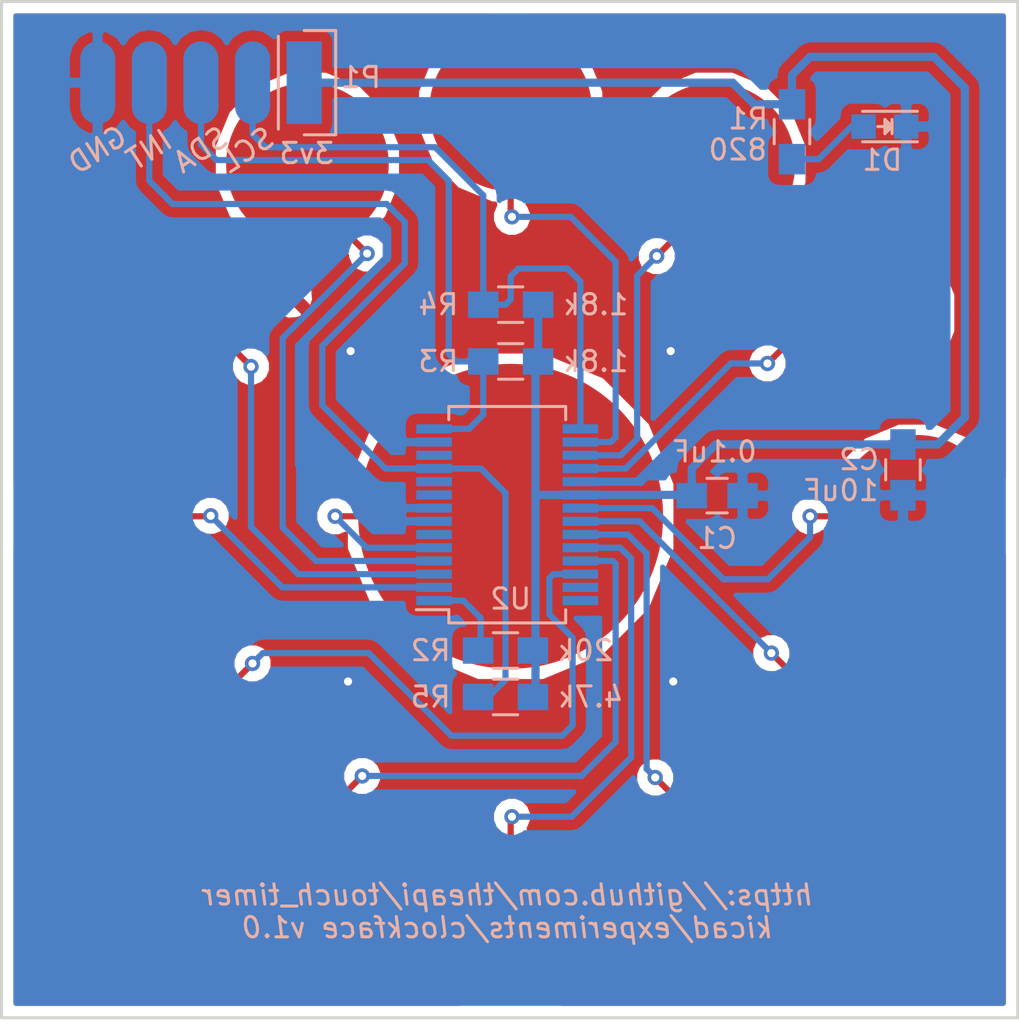
<source format=kicad_pcb>
(kicad_pcb (version 4) (host pcbnew 4.0.2-4+6225~38~ubuntu14.04.1-stable)

  (general
    (links 40)
    (no_connects 0)
    (area 122.741999 67.691 172.892001 120.021)
    (thickness 1.6)
    (drawings 26)
    (tracks 241)
    (zones 0)
    (modules 11)
    (nets 27)
  )

  (page A4)
  (layers
    (0 F.Cu signal)
    (31 B.Cu signal)
    (32 B.Adhes user)
    (33 F.Adhes user)
    (34 B.Paste user)
    (35 F.Paste user)
    (36 B.SilkS user)
    (37 F.SilkS user)
    (38 B.Mask user)
    (39 F.Mask user)
    (40 Dwgs.User user)
    (41 Cmts.User user)
    (42 Eco1.User user)
    (43 Eco2.User user)
    (44 Edge.Cuts user)
    (45 Margin user)
    (46 B.CrtYd user)
    (47 F.CrtYd user)
    (48 B.Fab user)
    (49 F.Fab user)
  )

  (setup
    (last_trace_width 0.305)
    (trace_clearance 0.2)
    (zone_clearance 0.508)
    (zone_45_only no)
    (trace_min 0.2)
    (segment_width 0.2)
    (edge_width 0.15)
    (via_size 0.75)
    (via_drill 0.4)
    (via_min_size 0.75)
    (via_min_drill 0.4)
    (uvia_size 0.3)
    (uvia_drill 0.1)
    (uvias_allowed no)
    (uvia_min_size 0.2)
    (uvia_min_drill 0.1)
    (pcb_text_width 0.3)
    (pcb_text_size 1.5 1.5)
    (mod_edge_width 0.15)
    (mod_text_size 1 1)
    (mod_text_width 0.15)
    (pad_size 1.524 1.524)
    (pad_drill 0.762)
    (pad_to_mask_clearance 0.2)
    (aux_axis_origin 0 0)
    (grid_origin 147.86864 93.93174)
    (visible_elements 7FFFF7FF)
    (pcbplotparams
      (layerselection 0x010f0_80000001)
      (usegerberextensions true)
      (usegerberattributes true)
      (excludeedgelayer true)
      (linewidth 0.100000)
      (plotframeref false)
      (viasonmask false)
      (mode 1)
      (useauxorigin false)
      (hpglpennumber 1)
      (hpglpenspeed 20)
      (hpglpendiameter 15)
      (hpglpenoverlay 2)
      (psnegative false)
      (psa4output false)
      (plotreference true)
      (plotvalue true)
      (plotinvisibletext false)
      (padsonsilk false)
      (subtractmaskfromsilk true)
      (outputformat 1)
      (mirror false)
      (drillshape 0)
      (scaleselection 1)
      (outputdirectory gerber/))
  )

  (net 0 "")
  (net 1 GND)
  (net 2 "Net-(D1-Pad2)")
  (net 3 "Net-(R2-Pad2)")
  (net 4 /SDA)
  (net 5 /SCL)
  (net 6 /INT)
  (net 7 /RX11)
  (net 8 /RX10)
  (net 9 /RX9)
  (net 10 /RX8)
  (net 11 /RX7)
  (net 12 /RX6)
  (net 13 /RX5)
  (net 14 /RX4)
  (net 15 /RX3)
  (net 16 /RX2)
  (net 17 /RX1)
  (net 18 /RX12)
  (net 19 /RX0)
  (net 20 "Net-(U2-Pad6)")
  (net 21 "Net-(U2-Pad9)")
  (net 22 "Net-(U2-Pad10)")
  (net 23 "Net-(U2-Pad12)")
  (net 24 "Net-(U2-Pad27)")
  (net 25 "Net-(U2-Pad28)")
  (net 26 /3V3)

  (net_class Default "This is the default net class."
    (clearance 0.2)
    (trace_width 0.305)
    (via_dia 0.75)
    (via_drill 0.4)
    (uvia_dia 0.3)
    (uvia_drill 0.1)
    (add_net /INT)
    (add_net /RX0)
    (add_net /RX1)
    (add_net /RX10)
    (add_net /RX11)
    (add_net /RX12)
    (add_net /RX2)
    (add_net /RX3)
    (add_net /RX4)
    (add_net /RX5)
    (add_net /RX6)
    (add_net /RX7)
    (add_net /RX8)
    (add_net /RX9)
    (add_net /SCL)
    (add_net /SDA)
    (add_net "Net-(D1-Pad2)")
    (add_net "Net-(R2-Pad2)")
    (add_net "Net-(U2-Pad10)")
    (add_net "Net-(U2-Pad12)")
    (add_net "Net-(U2-Pad27)")
    (add_net "Net-(U2-Pad28)")
    (add_net "Net-(U2-Pad6)")
    (add_net "Net-(U2-Pad9)")
  )

  (net_class GND ""
    (clearance 0.2)
    (trace_width 0.406)
    (via_dia 0.75)
    (via_drill 0.4)
    (uvia_dia 0.3)
    (uvia_drill 0.1)
    (add_net GND)
  )

  (net_class VCC ""
    (clearance 0.2)
    (trace_width 0.406)
    (via_dia 0.75)
    (via_drill 0.4)
    (uvia_dia 0.3)
    (uvia_drill 0.1)
    (add_net /3V3)
  )

  (module Capacitors_SMD:C_0805_HandSoldering (layer B.Cu) (tedit 570B9B42) (tstamp 570656B7)
    (at 158.02864 92.91574)
    (descr "Capacitor SMD 0805, hand soldering")
    (tags "capacitor 0805")
    (path /57064DFA)
    (attr smd)
    (fp_text reference C1 (at 0 2.1) (layer B.SilkS)
      (effects (font (size 1 1) (thickness 0.15)) (justify mirror))
    )
    (fp_text value 0.1uF (at -0.127 -2.159) (layer B.SilkS)
      (effects (font (size 1 1) (thickness 0.15)) (justify mirror))
    )
    (fp_line (start -2.3 1) (end 2.3 1) (layer B.CrtYd) (width 0.05))
    (fp_line (start -2.3 -1) (end 2.3 -1) (layer B.CrtYd) (width 0.05))
    (fp_line (start -2.3 1) (end -2.3 -1) (layer B.CrtYd) (width 0.05))
    (fp_line (start 2.3 1) (end 2.3 -1) (layer B.CrtYd) (width 0.05))
    (fp_line (start 0.5 0.85) (end -0.5 0.85) (layer B.SilkS) (width 0.15))
    (fp_line (start -0.5 -0.85) (end 0.5 -0.85) (layer B.SilkS) (width 0.15))
    (pad 1 smd rect (at -1.25 0) (size 1.5 1.25) (layers B.Cu B.Paste B.Mask)
      (net 26 /3V3))
    (pad 2 smd rect (at 1.25 0) (size 1.5 1.25) (layers B.Cu B.Paste B.Mask)
      (net 1 GND))
    (model Capacitors_SMD.3dshapes/C_0805_HandSoldering.wrl
      (at (xyz 0 0 0))
      (scale (xyz 1 1 1))
      (rotate (xyz 0 0 0))
    )
  )

  (module Capacitors_SMD:C_0805_HandSoldering (layer B.Cu) (tedit 570B9B29) (tstamp 570656BD)
    (at 167.17264 91.64574 270)
    (descr "Capacitor SMD 0805, hand soldering")
    (tags "capacitor 0805")
    (path /57064DFB)
    (attr smd)
    (fp_text reference C2 (at -0.508 2.159 360) (layer B.SilkS)
      (effects (font (size 1 1) (thickness 0.15)) (justify mirror))
    )
    (fp_text value 10uF (at 1.016 3.048 360) (layer B.SilkS)
      (effects (font (size 1 1) (thickness 0.15)) (justify mirror))
    )
    (fp_line (start -2.3 1) (end 2.3 1) (layer B.CrtYd) (width 0.05))
    (fp_line (start -2.3 -1) (end 2.3 -1) (layer B.CrtYd) (width 0.05))
    (fp_line (start -2.3 1) (end -2.3 -1) (layer B.CrtYd) (width 0.05))
    (fp_line (start 2.3 1) (end 2.3 -1) (layer B.CrtYd) (width 0.05))
    (fp_line (start 0.5 0.85) (end -0.5 0.85) (layer B.SilkS) (width 0.15))
    (fp_line (start -0.5 -0.85) (end 0.5 -0.85) (layer B.SilkS) (width 0.15))
    (pad 1 smd rect (at -1.25 0 270) (size 1.5 1.25) (layers B.Cu B.Paste B.Mask)
      (net 26 /3V3))
    (pad 2 smd rect (at 1.25 0 270) (size 1.5 1.25) (layers B.Cu B.Paste B.Mask)
      (net 1 GND))
    (model Capacitors_SMD.3dshapes/C_0805_HandSoldering.wrl
      (at (xyz 0 0 0))
      (scale (xyz 1 1 1))
      (rotate (xyz 0 0 0))
    )
  )

  (module LEDs:LED_0805 (layer B.Cu) (tedit 570B959F) (tstamp 570656C3)
    (at 166.28364 74.75474 180)
    (descr "LED 0805 smd package")
    (tags "LED 0805 SMD")
    (path /57064E10)
    (attr smd)
    (fp_text reference D1 (at 0.127 -1.651 180) (layer B.SilkS)
      (effects (font (size 1 1) (thickness 0.15)) (justify mirror))
    )
    (fp_text value Led (at 0 -1.75 180) (layer B.Fab)
      (effects (font (size 1 1) (thickness 0.15)) (justify mirror))
    )
    (fp_line (start -1.6 -0.75) (end 1.1 -0.75) (layer B.SilkS) (width 0.15))
    (fp_line (start -1.6 0.75) (end 1.1 0.75) (layer B.SilkS) (width 0.15))
    (fp_line (start -0.1 -0.15) (end -0.1 0.1) (layer B.SilkS) (width 0.15))
    (fp_line (start -0.1 0.1) (end -0.25 -0.05) (layer B.SilkS) (width 0.15))
    (fp_line (start -0.35 0.35) (end -0.35 -0.35) (layer B.SilkS) (width 0.15))
    (fp_line (start 0 0) (end 0.35 0) (layer B.SilkS) (width 0.15))
    (fp_line (start -0.35 0) (end 0 0.35) (layer B.SilkS) (width 0.15))
    (fp_line (start 0 0.35) (end 0 -0.35) (layer B.SilkS) (width 0.15))
    (fp_line (start 0 -0.35) (end -0.35 0) (layer B.SilkS) (width 0.15))
    (fp_line (start 1.9 0.95) (end 1.9 -0.95) (layer B.CrtYd) (width 0.05))
    (fp_line (start 1.9 -0.95) (end -1.9 -0.95) (layer B.CrtYd) (width 0.05))
    (fp_line (start -1.9 -0.95) (end -1.9 0.95) (layer B.CrtYd) (width 0.05))
    (fp_line (start -1.9 0.95) (end 1.9 0.95) (layer B.CrtYd) (width 0.05))
    (pad 2 smd rect (at 1.04902 0) (size 1.19888 1.19888) (layers B.Cu B.Paste B.Mask)
      (net 2 "Net-(D1-Pad2)"))
    (pad 1 smd rect (at -1.04902 0) (size 1.19888 1.19888) (layers B.Cu B.Paste B.Mask)
      (net 1 GND))
    (model LEDs.3dshapes/LED_0805.wrl
      (at (xyz 0 0 0))
      (scale (xyz 1 1 1))
      (rotate (xyz 0 0 0))
    )
  )

  (module Resistors_SMD:R_0805_HandSoldering (layer B.Cu) (tedit 570B9584) (tstamp 570656CF)
    (at 161.71164 75.00874 270)
    (descr "Resistor SMD 0805, hand soldering")
    (tags "resistor 0805")
    (path /57064E0F)
    (attr smd)
    (fp_text reference R1 (at -0.635 2.159 360) (layer B.SilkS)
      (effects (font (size 1 1) (thickness 0.15)) (justify mirror))
    )
    (fp_text value 820 (at 0.889 2.667 360) (layer B.SilkS)
      (effects (font (size 1 1) (thickness 0.15)) (justify mirror))
    )
    (fp_line (start -2.4 1) (end 2.4 1) (layer B.CrtYd) (width 0.05))
    (fp_line (start -2.4 -1) (end 2.4 -1) (layer B.CrtYd) (width 0.05))
    (fp_line (start -2.4 1) (end -2.4 -1) (layer B.CrtYd) (width 0.05))
    (fp_line (start 2.4 1) (end 2.4 -1) (layer B.CrtYd) (width 0.05))
    (fp_line (start 0.6 -0.875) (end -0.6 -0.875) (layer B.SilkS) (width 0.15))
    (fp_line (start -0.6 0.875) (end 0.6 0.875) (layer B.SilkS) (width 0.15))
    (pad 1 smd rect (at -1.35 0 270) (size 1.5 1.3) (layers B.Cu B.Paste B.Mask)
      (net 26 /3V3))
    (pad 2 smd rect (at 1.35 0 270) (size 1.5 1.3) (layers B.Cu B.Paste B.Mask)
      (net 2 "Net-(D1-Pad2)"))
    (model Resistors_SMD.3dshapes/R_0805_HandSoldering.wrl
      (at (xyz 0 0 0))
      (scale (xyz 1 1 1))
      (rotate (xyz 0 0 0))
    )
  )

  (module Resistors_SMD:R_0805_HandSoldering (layer B.Cu) (tedit 570B96E2) (tstamp 570656D5)
    (at 147.61464 100.53574 180)
    (descr "Resistor SMD 0805, hand soldering")
    (tags "resistor 0805")
    (path /57064DF9)
    (attr smd)
    (fp_text reference R2 (at 3.683 0 180) (layer B.SilkS)
      (effects (font (size 1 1) (thickness 0.15)) (justify mirror))
    )
    (fp_text value 20k (at -3.937 0 180) (layer B.SilkS)
      (effects (font (size 1 1) (thickness 0.15)) (justify mirror))
    )
    (fp_line (start -2.4 1) (end 2.4 1) (layer B.CrtYd) (width 0.05))
    (fp_line (start -2.4 -1) (end 2.4 -1) (layer B.CrtYd) (width 0.05))
    (fp_line (start -2.4 1) (end -2.4 -1) (layer B.CrtYd) (width 0.05))
    (fp_line (start 2.4 1) (end 2.4 -1) (layer B.CrtYd) (width 0.05))
    (fp_line (start 0.6 -0.875) (end -0.6 -0.875) (layer B.SilkS) (width 0.15))
    (fp_line (start -0.6 0.875) (end 0.6 0.875) (layer B.SilkS) (width 0.15))
    (pad 1 smd rect (at -1.35 0 180) (size 1.5 1.3) (layers B.Cu B.Paste B.Mask)
      (net 26 /3V3))
    (pad 2 smd rect (at 1.35 0 180) (size 1.5 1.3) (layers B.Cu B.Paste B.Mask)
      (net 3 "Net-(R2-Pad2)"))
    (model Resistors_SMD.3dshapes/R_0805_HandSoldering.wrl
      (at (xyz 0 0 0))
      (scale (xyz 1 1 1))
      (rotate (xyz 0 0 0))
    )
  )

  (module Resistors_SMD:R_0805_HandSoldering (layer B.Cu) (tedit 570B9720) (tstamp 570656DB)
    (at 147.86864 86.31174 180)
    (descr "Resistor SMD 0805, hand soldering")
    (tags "resistor 0805")
    (path /57064DF5)
    (attr smd)
    (fp_text reference R3 (at 3.556 0 180) (layer B.SilkS)
      (effects (font (size 1 1) (thickness 0.15)) (justify mirror))
    )
    (fp_text value 1.8k (at -4.191 0 180) (layer B.SilkS)
      (effects (font (size 1 1) (thickness 0.15)) (justify mirror))
    )
    (fp_line (start -2.4 1) (end 2.4 1) (layer B.CrtYd) (width 0.05))
    (fp_line (start -2.4 -1) (end 2.4 -1) (layer B.CrtYd) (width 0.05))
    (fp_line (start -2.4 1) (end -2.4 -1) (layer B.CrtYd) (width 0.05))
    (fp_line (start 2.4 1) (end 2.4 -1) (layer B.CrtYd) (width 0.05))
    (fp_line (start 0.6 -0.875) (end -0.6 -0.875) (layer B.SilkS) (width 0.15))
    (fp_line (start -0.6 0.875) (end 0.6 0.875) (layer B.SilkS) (width 0.15))
    (pad 1 smd rect (at -1.35 0 180) (size 1.5 1.3) (layers B.Cu B.Paste B.Mask)
      (net 26 /3V3))
    (pad 2 smd rect (at 1.35 0 180) (size 1.5 1.3) (layers B.Cu B.Paste B.Mask)
      (net 4 /SDA))
    (model Resistors_SMD.3dshapes/R_0805_HandSoldering.wrl
      (at (xyz 0 0 0))
      (scale (xyz 1 1 1))
      (rotate (xyz 0 0 0))
    )
  )

  (module Resistors_SMD:R_0805_HandSoldering (layer B.Cu) (tedit 570B9727) (tstamp 570656E1)
    (at 147.86864 83.51774 180)
    (descr "Resistor SMD 0805, hand soldering")
    (tags "resistor 0805")
    (path /57064DF6)
    (attr smd)
    (fp_text reference R4 (at 3.556 0 180) (layer B.SilkS)
      (effects (font (size 1 1) (thickness 0.15)) (justify mirror))
    )
    (fp_text value 1.8k (at -4.191 0 180) (layer B.SilkS)
      (effects (font (size 1 1) (thickness 0.15)) (justify mirror))
    )
    (fp_line (start -2.4 1) (end 2.4 1) (layer B.CrtYd) (width 0.05))
    (fp_line (start -2.4 -1) (end 2.4 -1) (layer B.CrtYd) (width 0.05))
    (fp_line (start -2.4 1) (end -2.4 -1) (layer B.CrtYd) (width 0.05))
    (fp_line (start 2.4 1) (end 2.4 -1) (layer B.CrtYd) (width 0.05))
    (fp_line (start 0.6 -0.875) (end -0.6 -0.875) (layer B.SilkS) (width 0.15))
    (fp_line (start -0.6 0.875) (end 0.6 0.875) (layer B.SilkS) (width 0.15))
    (pad 1 smd rect (at -1.35 0 180) (size 1.5 1.3) (layers B.Cu B.Paste B.Mask)
      (net 26 /3V3))
    (pad 2 smd rect (at 1.35 0 180) (size 1.5 1.3) (layers B.Cu B.Paste B.Mask)
      (net 5 /SCL))
    (model Resistors_SMD.3dshapes/R_0805_HandSoldering.wrl
      (at (xyz 0 0 0))
      (scale (xyz 1 1 1))
      (rotate (xyz 0 0 0))
    )
  )

  (module Resistors_SMD:R_0805_HandSoldering (layer B.Cu) (tedit 570B96E8) (tstamp 570656E7)
    (at 147.61464 102.82174 180)
    (descr "Resistor SMD 0805, hand soldering")
    (tags "resistor 0805")
    (path /57064DF7)
    (attr smd)
    (fp_text reference R5 (at 3.683 0 180) (layer B.SilkS)
      (effects (font (size 1 1) (thickness 0.15)) (justify mirror))
    )
    (fp_text value 4.7k (at -4.191 0 180) (layer B.SilkS)
      (effects (font (size 1 1) (thickness 0.15)) (justify mirror))
    )
    (fp_line (start -2.4 1) (end 2.4 1) (layer B.CrtYd) (width 0.05))
    (fp_line (start -2.4 -1) (end 2.4 -1) (layer B.CrtYd) (width 0.05))
    (fp_line (start -2.4 1) (end -2.4 -1) (layer B.CrtYd) (width 0.05))
    (fp_line (start 2.4 1) (end 2.4 -1) (layer B.CrtYd) (width 0.05))
    (fp_line (start 0.6 -0.875) (end -0.6 -0.875) (layer B.SilkS) (width 0.15))
    (fp_line (start -0.6 0.875) (end 0.6 0.875) (layer B.SilkS) (width 0.15))
    (pad 1 smd rect (at -1.35 0 180) (size 1.5 1.3) (layers B.Cu B.Paste B.Mask)
      (net 26 /3V3))
    (pad 2 smd rect (at 1.35 0 180) (size 1.5 1.3) (layers B.Cu B.Paste B.Mask)
      (net 6 /INT))
    (model Resistors_SMD.3dshapes/R_0805_HandSoldering.wrl
      (at (xyz 0 0 0))
      (scale (xyz 1 1 1))
      (rotate (xyz 0 0 0))
    )
  )

  (module clockface:SMD_Header_Straight_1x05 (layer B.Cu) (tedit 570CE955) (tstamp 570BEA80)
    (at 137.70864 73.61174 90)
    (descr "Through hole pin header")
    (tags "pin header")
    (path /5706A4A5)
    (fp_text reference P1 (at 1.27 2.794 180) (layer B.SilkS)
      (effects (font (size 1 1) (thickness 0.15)) (justify mirror))
    )
    (fp_text value CONN_01X05 (at 0 -12.446 90) (layer B.Fab)
      (effects (font (size 1 1) (thickness 0.15)) (justify mirror))
    )
    (fp_line (start 1.2954 -1.27) (end 3.302 -1.27) (layer B.SilkS) (width 0.15))
    (fp_line (start 1.5748 1.5494) (end 3.5814 1.5494) (layer B.SilkS) (width 0.15))
    (fp_line (start 3.582 1.55) (end 3.582 0) (layer B.SilkS) (width 0.15))
    (fp_line (start 1.27 -1.27) (end -1.27 -1.27) (layer B.SilkS) (width 0.15))
    (fp_line (start -1.55 0) (end -1.55 1.55) (layer B.SilkS) (width 0.15))
    (fp_line (start -1.55 1.55) (end 1.55 1.55) (layer B.SilkS) (width 0.15))
    (pad 1 connect rect (at 1.016 0 90) (size 4.064 1.7272) (layers B.Cu B.Mask)
      (net 26 /3V3))
    (pad 2 connect oval (at 1.016 -2.54 90) (size 4.064 1.7272) (layers B.Cu B.Mask)
      (net 5 /SCL))
    (pad 3 connect oval (at 1.016 -5.08 90) (size 4.064 1.7272) (layers B.Cu B.Mask)
      (net 4 /SDA))
    (pad 4 connect oval (at 1.016 -7.62 90) (size 4.064 1.7272) (layers B.Cu B.Mask)
      (net 6 /INT))
    (pad 5 connect oval (at 1.016 -10.16 90) (size 4.064 1.7272) (layers B.Cu B.Mask)
      (net 1 GND))
  )

  (module clockface:CPA_12 (layer F.Cu) (tedit 570B97C0) (tstamp 570BEA8E)
    (at 147.869001 93.931)
    (path /57064DF4)
    (fp_text reference U1 (at 0 -24.975) (layer F.SilkS) hide
      (effects (font (size 1.2 1.2) (thickness 0.15)))
    )
    (fp_text value TOUCH_PAD_13 (at 0 24.975) (layer F.Fab) hide
      (effects (font (size 1.2 1.2) (thickness 0.15)))
    )
    (pad 14 smd circle (at -10.795 -10.795) (size 1 1) (layers F.Cu)
      (net 1 GND))
    (pad 14 smd circle (at 11.3792 -11.3538) (size 1 1) (layers F.Cu)
      (net 1 GND))
    (pad 14 smd circle (at 11.176 11.43) (size 1 1) (layers F.Cu)
      (net 1 GND))
    (pad 14 smd circle (at -11.303 11.303) (size 1 1) (layers F.Cu)
      (net 1 GND))
    (pad 13 smd circle (at 0 0) (size 15 15) (layers F.Cu)
      (net 18 /RX12))
    (pad 1 smd circle (at 0 -20) (size 8 8) (layers F.Cu)
      (net 19 /RX0))
    (pad 2 smd circle (at 9.999999 -17.320508) (size 8 8) (layers F.Cu)
      (net 17 /RX1))
    (pad 3 smd circle (at 17.320508 -10) (size 8 8) (layers F.Cu)
      (net 16 /RX2))
    (pad 4 smd circle (at 20 0) (size 8 8) (layers F.Cu)
      (net 15 /RX3))
    (pad 5 smd circle (at 17.320508 9.999999) (size 8 8) (layers F.Cu)
      (net 14 /RX4))
    (pad 6 smd circle (at 9.999999 17.320508) (size 8 8) (layers F.Cu)
      (net 13 /RX5))
    (pad 7 smd circle (at 0 20) (size 8 8) (layers F.Cu)
      (net 12 /RX6))
    (pad 8 smd circle (at -10 17.320508) (size 8 8) (layers F.Cu)
      (net 11 /RX7))
    (pad 9 smd circle (at -17.320508 10) (size 8 8) (layers F.Cu)
      (net 10 /RX8))
    (pad 10 smd circle (at -20 0) (size 8 8) (layers F.Cu)
      (net 9 /RX9))
    (pad 11 smd circle (at -17.320508 -10) (size 8 8) (layers F.Cu)
      (net 8 /RX10))
    (pad 12 smd circle (at -10 -17.320508) (size 8 8) (layers F.Cu)
      (net 7 /RX11))
  )

  (module clockface:SSOP-28_5.3x10.2mm_Pitch0.65mm_masked (layer B.Cu) (tedit 570BE88C) (tstamp 570BEAA2)
    (at 147.701 93.853)
    (descr "28-Lead Plastic Shrink Small Outline (SS)-5.30 mm Body [SSOP] (see Microchip Packaging Specification 00000049BS.pdf)")
    (tags "SSOP 0.65")
    (path /57064DF2)
    (attr smd)
    (fp_text reference U2 (at 0.16764 4.14274) (layer B.SilkS)
      (effects (font (size 1 1) (thickness 0.15)) (justify mirror))
    )
    (fp_text value MTCH6102_SSOP (at 0 -6.25) (layer B.Fab)
      (effects (font (size 1 1) (thickness 0.15)) (justify mirror))
    )
    (fp_line (start -4.75 5.5) (end -4.75 -5.5) (layer B.CrtYd) (width 0.05))
    (fp_line (start 4.75 5.5) (end 4.75 -5.5) (layer B.CrtYd) (width 0.05))
    (fp_line (start -4.75 5.5) (end 4.75 5.5) (layer B.CrtYd) (width 0.05))
    (fp_line (start -4.75 -5.5) (end 4.75 -5.5) (layer B.CrtYd) (width 0.05))
    (fp_line (start -2.875 5.325) (end -2.875 4.675) (layer B.SilkS) (width 0.15))
    (fp_line (start 2.875 5.325) (end 2.875 4.675) (layer B.SilkS) (width 0.15))
    (fp_line (start 2.875 -5.325) (end 2.875 -4.675) (layer B.SilkS) (width 0.15))
    (fp_line (start -2.875 -5.325) (end -2.875 -4.675) (layer B.SilkS) (width 0.15))
    (fp_line (start -2.875 5.325) (end 2.875 5.325) (layer B.SilkS) (width 0.15))
    (fp_line (start -2.875 -5.325) (end 2.875 -5.325) (layer B.SilkS) (width 0.15))
    (fp_line (start -2.875 4.675) (end -4.475 4.675) (layer B.SilkS) (width 0.15))
    (pad 1 smd rect (at -3.6 4.225) (size 1.75 0.45) (layers B.Cu B.Paste B.Mask)
      (net 3 "Net-(R2-Pad2)") (solder_mask_margin 0.0508))
    (pad 2 smd rect (at -3.6 3.575) (size 1.75 0.45) (layers B.Cu B.Paste B.Mask)
      (net 9 /RX9) (solder_mask_margin 0.0508))
    (pad 3 smd rect (at -3.6 2.925) (size 1.75 0.45) (layers B.Cu B.Paste B.Mask)
      (net 8 /RX10) (solder_mask_margin 0.0508))
    (pad 4 smd rect (at -3.6 2.275) (size 1.75 0.45) (layers B.Cu B.Paste B.Mask)
      (net 7 /RX11) (solder_mask_margin 0.0508))
    (pad 5 smd rect (at -3.6 1.625) (size 1.75 0.45) (layers B.Cu B.Paste B.Mask)
      (net 18 /RX12) (solder_mask_margin 0.0508))
    (pad 6 smd rect (at -3.6 0.975) (size 1.75 0.45) (layers B.Cu B.Paste B.Mask)
      (net 20 "Net-(U2-Pad6)") (solder_mask_margin 0.0508))
    (pad 7 smd rect (at -3.6 0.325) (size 1.75 0.45) (layers B.Cu B.Paste B.Mask)
      (net 1 GND) (solder_mask_margin 0.0508))
    (pad 8 smd rect (at -3.6 -0.325) (size 1.75 0.45) (layers B.Cu B.Paste B.Mask)
      (net 1 GND) (solder_mask_margin 0.0508))
    (pad 9 smd rect (at -3.6 -0.975) (size 1.75 0.45) (layers B.Cu B.Paste B.Mask)
      (net 21 "Net-(U2-Pad9)") (solder_mask_margin 0.0508))
    (pad 10 smd rect (at -3.6 -1.625) (size 1.75 0.45) (layers B.Cu B.Paste B.Mask)
      (net 22 "Net-(U2-Pad10)") (solder_mask_margin 0.0508))
    (pad 11 smd rect (at -3.6 -2.275) (size 1.75 0.45) (layers B.Cu B.Paste B.Mask)
      (net 6 /INT) (solder_mask_margin 0.0508))
    (pad 12 smd rect (at -3.6 -2.925) (size 1.75 0.45) (layers B.Cu B.Paste B.Mask)
      (net 23 "Net-(U2-Pad12)") (solder_mask_margin 0.0508))
    (pad 13 smd rect (at -3.6 -3.575) (size 1.75 0.45) (layers B.Cu B.Paste B.Mask)
      (net 1 GND) (solder_mask_margin 0.0508))
    (pad 14 smd rect (at -3.6 -4.225) (size 1.75 0.45) (layers B.Cu B.Paste B.Mask)
      (net 4 /SDA) (solder_mask_margin 0.0508))
    (pad 15 smd rect (at 3.6 -4.225) (size 1.75 0.45) (layers B.Cu B.Paste B.Mask)
      (net 5 /SCL) (solder_mask_margin 0.0508))
    (pad 16 smd rect (at 3.6 -3.575) (size 1.75 0.45) (layers B.Cu B.Paste B.Mask)
      (net 19 /RX0) (solder_mask_margin 0.0508))
    (pad 17 smd rect (at 3.6 -2.925) (size 1.75 0.45) (layers B.Cu B.Paste B.Mask)
      (net 17 /RX1) (solder_mask_margin 0.0508))
    (pad 18 smd rect (at 3.6 -2.275) (size 1.75 0.45) (layers B.Cu B.Paste B.Mask)
      (net 16 /RX2) (solder_mask_margin 0.0508))
    (pad 19 smd rect (at 3.6 -1.625) (size 1.75 0.45) (layers B.Cu B.Paste B.Mask)
      (net 1 GND) (solder_mask_margin 0.0508))
    (pad 20 smd rect (at 3.6 -0.975) (size 1.75 0.45) (layers B.Cu B.Paste B.Mask)
      (net 26 /3V3) (solder_mask_margin 0.0508))
    (pad 21 smd rect (at 3.6 -0.325) (size 1.75 0.45) (layers B.Cu B.Paste B.Mask)
      (net 15 /RX3) (solder_mask_margin 0.0508))
    (pad 22 smd rect (at 3.6 0.325) (size 1.75 0.45) (layers B.Cu B.Paste B.Mask)
      (net 14 /RX4) (solder_mask_margin 0.0508))
    (pad 23 smd rect (at 3.6 0.975) (size 1.75 0.45) (layers B.Cu B.Paste B.Mask)
      (net 13 /RX5) (solder_mask_margin 0.0508))
    (pad 24 smd rect (at 3.6 1.625) (size 1.75 0.45) (layers B.Cu B.Paste B.Mask)
      (net 12 /RX6) (solder_mask_margin 0.0508))
    (pad 25 smd rect (at 3.6 2.275) (size 1.75 0.45) (layers B.Cu B.Paste B.Mask)
      (net 11 /RX7) (solder_mask_margin 0.0508))
    (pad 26 smd rect (at 3.6 2.925) (size 1.75 0.45) (layers B.Cu B.Paste B.Mask)
      (net 10 /RX8) (solder_mask_margin 0.0508))
    (pad 27 smd rect (at 3.6 3.575) (size 1.75 0.45) (layers B.Cu B.Paste B.Mask)
      (net 24 "Net-(U2-Pad27)") (solder_mask_margin 0.0508))
    (pad 28 smd rect (at 3.6 4.225) (size 1.75 0.45) (layers B.Cu B.Paste B.Mask)
      (net 25 "Net-(U2-Pad28)") (solder_mask_margin 0.0508))
    (model Housings_SSOP.3dshapes/SSOP-28_5.3x10.2mm_Pitch0.65mm.wrl
      (at (xyz 0 0 0))
      (scale (xyz 1 1 1))
      (rotate (xyz 0 0 0))
    )
  )

  (gr_circle (center 147.86864 93.93174) (end 139.99464 85.80374) (layer Cmts.User) (width 0.2))
  (gr_text "https://github.com/theapi/touch_timer\nkicad/experiments/clockface v1.0" (at 147.74164 113.36274) (layer B.SilkS) (tstamp 570B987B)
    (effects (font (size 1 1) (thickness 0.15) italic) (justify mirror))
  )
  (gr_text GND (at 127.54864 75.89774 33) (layer B.SilkS)
    (effects (font (size 1 1) (thickness 0.15)) (justify mirror))
  )
  (gr_text INT (at 130.08864 75.89774 33) (layer B.SilkS)
    (effects (font (size 1 1) (thickness 0.15)) (justify mirror))
  )
  (gr_text SDA (at 132.62864 75.89774 33) (layer B.SilkS)
    (effects (font (size 1 1) (thickness 0.15)) (justify mirror))
  )
  (gr_text SCL (at 134.91464 75.89774 33) (layer B.SilkS)
    (effects (font (size 1 1) (thickness 0.15)) (justify mirror))
  )
  (gr_text 3v3 (at 137.83564 76.07554) (layer B.SilkS)
    (effects (font (size 1 1) (thickness 0.15)) (justify mirror))
  )
  (gr_text = (at 149.96414 93.99524 90) (layer F.Mask) (tstamp 5706DD0D)
    (effects (font (size 3 3) (thickness 0.7)))
  )
  (gr_text > (at 146.78914 93.80474) (layer F.Mask)
    (effects (font (size 3 3) (thickness 0.7)))
  )
  (gr_line (start 137.77214 76.78674) (end 137.77214 73.23074) (angle 90) (layer F.Mask) (width 0.5))
  (gr_circle (center 137.77214 76.59624) (end 139.48664 75.26274) (layer F.Mask) (width 0.5))
  (gr_text - (at 130.59664 83.83524) (layer F.Mask) (tstamp 5706D8B2)
    (effects (font (size 3 3) (thickness 0.5)))
  )
  (gr_text 9 (at 127.86614 93.99524) (layer F.Mask) (tstamp 5706D8AA)
    (effects (font (size 3 3) (thickness 0.5)))
  )
  (gr_text 8 (at 130.46964 103.90124) (layer F.Mask) (tstamp 5706D8A2)
    (effects (font (size 3 3) (thickness 0.5)))
  )
  (gr_text 7 (at 137.83564 111.39424) (layer F.Mask) (tstamp 5706D89A)
    (effects (font (size 3 3) (thickness 0.5)))
  )
  (gr_text 6 (at 147.93214 113.99774) (layer F.Mask) (tstamp 5706D896)
    (effects (font (size 3 3) (thickness 0.5)))
  )
  (gr_text 5 (at 157.96514 111.33074) (layer F.Mask) (tstamp 5706D890)
    (effects (font (size 3 3) (thickness 0.5)))
  )
  (gr_text 4 (at 165.14064 103.96474) (layer F.Mask) (tstamp 5706D888)
    (effects (font (size 3 3) (thickness 0.5)))
  )
  (gr_text 3 (at 167.87114 93.93174) (layer F.Mask) (tstamp 5706D87E)
    (effects (font (size 3 3) (thickness 0.5)))
  )
  (gr_text 2 (at 165.33114 84.15274) (layer F.Mask) (tstamp 5706D86D)
    (effects (font (size 3 3) (thickness 0.5)))
  )
  (gr_text 1 (at 157.90164 76.65974) (layer F.Mask) (tstamp 5706D851)
    (effects (font (size 3 3) (thickness 0.5)))
  )
  (gr_text 0 (at 147.86864 73.86574) (layer F.Mask)
    (effects (font (size 3 3) (thickness 0.5)))
  )
  (gr_line (start 122.817 68.603) (end 122.817 118.603) (angle 90) (layer Edge.Cuts) (width 0.15))
  (gr_line (start 172.817 68.603) (end 122.817 68.603) (angle 90) (layer Edge.Cuts) (width 0.15))
  (gr_line (start 172.817 118.603) (end 172.817 68.603) (angle 90) (layer Edge.Cuts) (width 0.15))
  (gr_line (start 122.817 118.603) (end 172.817 118.603) (angle 90) (layer Edge.Cuts) (width 0.15))

  (segment (start 136.566001 105.234) (end 136.69338 105.234) (width 0.406) (layer F.Cu) (net 1))
  (segment (start 136.69338 105.234) (end 139.86764 102.05974) (width 0.406) (layer F.Cu) (net 1) (tstamp 570CEF35))
  (via (at 139.86764 102.05974) (size 0.75) (drill 0.4) (layers F.Cu B.Cu) (net 1))
  (segment (start 139.86764 102.05974) (end 133.39064 108.53674) (width 0.406) (layer B.Cu) (net 1) (tstamp 570CEF3A))
  (segment (start 133.39064 108.53674) (end 133.39064 110.63224) (width 0.406) (layer B.Cu) (net 1) (tstamp 570CEF3B))
  (segment (start 159.045001 105.361) (end 159.045001 105.235101) (width 0.406) (layer F.Cu) (net 1))
  (segment (start 159.045001 105.235101) (end 155.86964 102.05974) (width 0.406) (layer F.Cu) (net 1) (tstamp 570CEEFB))
  (segment (start 162.09264 105.61574) (end 162.09264 110.63224) (width 0.406) (layer B.Cu) (net 1) (tstamp 570CEF04))
  (segment (start 158.53664 102.05974) (end 162.09264 105.61574) (width 0.406) (layer B.Cu) (net 1) (tstamp 570CEF01))
  (segment (start 155.86964 102.05974) (end 158.53664 102.05974) (width 0.406) (layer B.Cu) (net 1) (tstamp 570CEF00))
  (via (at 155.86964 102.05974) (size 0.75) (drill 0.4) (layers F.Cu B.Cu) (net 1))
  (segment (start 144.101 90.278) (end 142.4369 90.278) (width 0.406) (layer B.Cu) (net 1))
  (segment (start 139.99464 85.80374) (end 137.3269 83.136) (width 0.406) (layer F.Cu) (net 1) (tstamp 570CECC3))
  (via (at 139.99464 85.80374) (size 0.75) (drill 0.4) (layers F.Cu B.Cu) (net 1))
  (segment (start 139.99464 87.83574) (end 139.99464 85.80374) (width 0.406) (layer B.Cu) (net 1) (tstamp 570CECB5))
  (segment (start 142.4369 90.278) (end 139.99464 87.83574) (width 0.406) (layer B.Cu) (net 1) (tstamp 570CECB4))
  (segment (start 137.3269 83.136) (end 137.074001 83.136) (width 0.406) (layer F.Cu) (net 1) (tstamp 570CECC4))
  (segment (start 137.96264 91.89974) (end 139.35964 91.89974) (width 0.406) (layer B.Cu) (net 1))
  (segment (start 137.96264 91.89974) (end 137.45464 91.39174) (width 0.406) (layer B.Cu) (net 1) (tstamp 570CE50C))
  (segment (start 137.45464 91.39174) (end 137.45464 85.54974) (width 0.406) (layer B.Cu) (net 1) (tstamp 570CE510))
  (segment (start 137.45464 85.54974) (end 141.77264 81.23174) (width 0.406) (layer B.Cu) (net 1) (tstamp 570CE516))
  (segment (start 141.77264 81.23174) (end 141.77264 80.21574) (width 0.406) (layer B.Cu) (net 1) (tstamp 570CE51C))
  (segment (start 141.77264 80.21574) (end 141.26464 79.70774) (width 0.406) (layer B.Cu) (net 1) (tstamp 570CE51D))
  (segment (start 127.54864 79.70774) (end 141.26464 79.70774) (width 0.406) (layer B.Cu) (net 1) (tstamp 570CE51E))
  (segment (start 141.32814 93.86824) (end 142.28064 93.86824) (width 0.406) (layer B.Cu) (net 1) (tstamp 570CE874))
  (segment (start 139.35964 91.89974) (end 141.32814 93.86824) (width 0.406) (layer B.Cu) (net 1) (tstamp 570CE86F))
  (segment (start 155.74264 85.80374) (end 157.01264 85.80374) (width 0.406) (layer B.Cu) (net 1))
  (via (at 155.74264 85.80374) (size 0.75) (drill 0.4) (layers F.Cu B.Cu) (net 1))
  (segment (start 158.96918 82.5772) (end 155.74264 85.80374) (width 0.406) (layer F.Cu) (net 1) (tstamp 570CE5C5))
  (segment (start 158.28264 84.53374) (end 164.252001 84.53374) (width 0.406) (layer B.Cu) (net 1) (tstamp 570CE76C))
  (segment (start 157.01264 85.80374) (end 158.28264 84.53374) (width 0.406) (layer B.Cu) (net 1) (tstamp 570CE76A))
  (segment (start 164.252001 80.46974) (end 164.252001 78.564379) (width 0.406) (layer B.Cu) (net 1))
  (segment (start 164.252001 84.53374) (end 164.252001 80.46974) (width 0.406) (layer B.Cu) (net 1) (tstamp 570CE777))
  (segment (start 164.252001 78.564379) (end 165.39464 77.42174) (width 0.406) (layer B.Cu) (net 1) (tstamp 570CE5E5))
  (segment (start 165.39464 77.42174) (end 166.41064 77.42174) (width 0.406) (layer B.Cu) (net 1) (tstamp 570CE5EA))
  (segment (start 166.41064 77.42174) (end 167.33266 76.49972) (width 0.406) (layer B.Cu) (net 1) (tstamp 570CE5EC))
  (segment (start 167.33266 76.49972) (end 167.33266 74.75474) (width 0.406) (layer B.Cu) (net 1) (tstamp 570CE5ED))
  (segment (start 159.248201 82.5772) (end 158.96918 82.5772) (width 0.406) (layer F.Cu) (net 1))
  (segment (start 137.074001 83.391101) (end 137.074001 83.136) (width 0.406) (layer F.Cu) (net 1) (tstamp 570CE54B))
  (segment (start 159.426001 82.755) (end 159.426001 82.247) (width 0.406) (layer F.Cu) (net 1))
  (segment (start 167.17264 92.89574) (end 167.17264 108.156462) (width 0.406) (layer B.Cu) (net 1))
  (segment (start 167.17264 108.156462) (end 164.633001 110.696101) (width 0.406) (layer B.Cu) (net 1) (tstamp 570B935B))
  (segment (start 159.27864 92.91574) (end 167.15264 92.91574) (width 0.406) (layer B.Cu) (net 1))
  (segment (start 167.15264 92.91574) (end 167.17264 92.89574) (width 0.406) (layer B.Cu) (net 1) (tstamp 570B9358))
  (segment (start 159.045001 105.361) (end 159.2979 105.361) (width 0.406) (layer F.Cu) (net 1))
  (segment (start 127.54864 89.35974) (end 127.54864 107.01274) (width 0.406) (layer B.Cu) (net 1))
  (segment (start 127.54864 107.01274) (end 131.16814 110.63224) (width 0.406) (layer B.Cu) (net 1) (tstamp 570A2FEA))
  (segment (start 127.54864 79.70774) (end 127.54864 89.35974) (width 0.406) (layer B.Cu) (net 1) (tstamp 57092660))
  (segment (start 131.16814 110.63224) (end 133.39064 110.63224) (width 0.406) (layer B.Cu) (net 1))
  (segment (start 133.39064 110.63224) (end 162.09264 110.63224) (width 0.406) (layer B.Cu) (net 1) (tstamp 570CEF41))
  (segment (start 162.09264 110.63224) (end 164.56914 110.63224) (width 0.406) (layer B.Cu) (net 1) (tstamp 570CEF10))
  (segment (start 164.56914 110.63224) (end 164.633001 110.696101) (width 0.406) (layer B.Cu) (net 1) (tstamp 570A2FCF))
  (segment (start 151.301 92.228) (end 154.27138 92.228) (width 0.406) (layer B.Cu) (net 1))
  (segment (start 164.252001 85.930379) (end 164.252001 84.53374) (width 0.406) (layer B.Cu) (net 1) (tstamp 570927DC))
  (segment (start 161.58464 88.59774) (end 164.252001 85.930379) (width 0.406) (layer B.Cu) (net 1) (tstamp 570927D6))
  (segment (start 157.90164 88.59774) (end 161.58464 88.59774) (width 0.406) (layer B.Cu) (net 1) (tstamp 570927D4))
  (segment (start 154.27138 92.228) (end 157.90164 88.59774) (width 0.406) (layer B.Cu) (net 1) (tstamp 570927CF))
  (segment (start 127.54864 79.70774) (end 127.54864 73.61174) (width 0.406) (layer B.Cu) (net 1) (tstamp 570927C2))
  (segment (start 144.101 93.528) (end 142.43038 93.528) (width 0.406) (layer B.Cu) (net 1))
  (segment (start 142.28064 93.67774) (end 142.28064 93.86824) (width 0.406) (layer B.Cu) (net 1) (tstamp 5706C58C))
  (segment (start 142.43038 93.528) (end 142.28064 93.67774) (width 0.406) (layer B.Cu) (net 1) (tstamp 5706C586))
  (segment (start 142.3999 94.178) (end 144.101 94.178) (width 0.406) (layer B.Cu) (net 1) (tstamp 5706C592))
  (segment (start 142.28064 94.05874) (end 142.3999 94.178) (width 0.406) (layer B.Cu) (net 1) (tstamp 5706C58D))
  (segment (start 142.28064 93.86824) (end 142.28064 94.05874) (width 0.406) (layer B.Cu) (net 1) (tstamp 5706D08E))
  (segment (start 161.71164 76.35874) (end 163.02864 76.35874) (width 0.305) (layer B.Cu) (net 2))
  (segment (start 164.63264 74.75474) (end 165.23462 74.75474) (width 0.305) (layer B.Cu) (net 2) (tstamp 570928D9))
  (segment (start 163.02864 76.35874) (end 164.63264 74.75474) (width 0.305) (layer B.Cu) (net 2) (tstamp 570928D6))
  (segment (start 144.101 98.078) (end 145.5379 98.078) (width 0.305) (layer B.Cu) (net 3))
  (segment (start 146.39164 98.93174) (end 146.39164 100.78974) (width 0.305) (layer B.Cu) (net 3) (tstamp 570923B4))
  (segment (start 145.5379 98.078) (end 146.39164 98.93174) (width 0.305) (layer B.Cu) (net 3) (tstamp 570923B2))
  (segment (start 146.51864 86.31174) (end 145.20164 86.31174) (width 0.305) (layer B.Cu) (net 4))
  (segment (start 132.62864 75.64374) (end 132.62864 73.61174) (width 0.305) (layer B.Cu) (net 4) (tstamp 57092458))
  (segment (start 133.39064 76.40574) (end 132.62864 75.64374) (width 0.305) (layer B.Cu) (net 4) (tstamp 57092456))
  (segment (start 143.80464 76.40574) (end 133.39064 76.40574) (width 0.305) (layer B.Cu) (net 4) (tstamp 5709244C))
  (segment (start 144.82064 77.42174) (end 143.80464 76.40574) (width 0.305) (layer B.Cu) (net 4) (tstamp 5709244A))
  (segment (start 144.82064 85.93074) (end 144.82064 77.42174) (width 0.305) (layer B.Cu) (net 4) (tstamp 57092444))
  (segment (start 145.20164 86.31174) (end 144.82064 85.93074) (width 0.305) (layer B.Cu) (net 4) (tstamp 5709243B))
  (segment (start 144.101 89.628) (end 145.82238 89.628) (width 0.305) (layer B.Cu) (net 4))
  (segment (start 146.51864 88.93174) (end 146.51864 86.31174) (width 0.305) (layer B.Cu) (net 4) (tstamp 57092377))
  (segment (start 145.82238 89.628) (end 146.51864 88.93174) (width 0.305) (layer B.Cu) (net 4) (tstamp 57092374))
  (segment (start 146.51864 83.51774) (end 147.61464 83.51774) (width 0.305) (layer B.Cu) (net 5))
  (segment (start 151.301 82.3781) (end 151.301 89.628) (width 0.305) (layer B.Cu) (net 5) (tstamp 570CE6FF))
  (segment (start 150.66264 81.73974) (end 151.301 82.3781) (width 0.305) (layer B.Cu) (net 5) (tstamp 570CE6FD))
  (segment (start 148.24964 81.73974) (end 150.66264 81.73974) (width 0.305) (layer B.Cu) (net 5) (tstamp 570CE6FB))
  (segment (start 147.86864 82.12074) (end 148.24964 81.73974) (width 0.305) (layer B.Cu) (net 5) (tstamp 570CE6F9))
  (segment (start 147.86864 83.26374) (end 147.86864 82.12074) (width 0.305) (layer B.Cu) (net 5) (tstamp 570CE6F7))
  (segment (start 147.61464 83.51774) (end 147.86864 83.26374) (width 0.305) (layer B.Cu) (net 5) (tstamp 570CE6F5))
  (segment (start 146.51864 83.51774) (end 146.51864 78.13674) (width 0.305) (layer B.Cu) (net 5))
  (segment (start 135.16864 75.13574) (end 135.16864 73.61174) (width 0.305) (layer B.Cu) (net 5) (tstamp 57092438))
  (segment (start 135.80364 75.77074) (end 135.16864 75.13574) (width 0.305) (layer B.Cu) (net 5) (tstamp 57092437))
  (segment (start 144.15264 75.77074) (end 135.80364 75.77074) (width 0.305) (layer B.Cu) (net 5) (tstamp 57092430))
  (segment (start 146.51864 78.13674) (end 144.15264 75.77074) (width 0.305) (layer B.Cu) (net 5) (tstamp 5709242C))
  (segment (start 146.51864 82.20074) (end 146.51864 83.51774) (width 0.305) (layer B.Cu) (net 5) (tstamp 5709236F))
  (segment (start 130.08864 73.61174) (end 130.08864 75.51674) (width 0.305) (layer B.Cu) (net 6))
  (segment (start 141.7049 91.578) (end 144.101 91.578) (width 0.305) (layer B.Cu) (net 6) (tstamp 5709278D))
  (segment (start 138.59764 88.47074) (end 141.7049 91.578) (width 0.305) (layer B.Cu) (net 6) (tstamp 5709278C))
  (segment (start 138.59764 85.54974) (end 138.59764 88.47074) (width 0.305) (layer B.Cu) (net 6) (tstamp 5709278A))
  (segment (start 142.66164 81.48574) (end 138.59764 85.54974) (width 0.305) (layer B.Cu) (net 6) (tstamp 57092789))
  (segment (start 142.66164 79.45374) (end 142.66164 81.48574) (width 0.305) (layer B.Cu) (net 6) (tstamp 57092787))
  (segment (start 141.77264 78.56474) (end 142.66164 79.45374) (width 0.305) (layer B.Cu) (net 6) (tstamp 57092786))
  (segment (start 131.23164 78.56474) (end 141.77264 78.56474) (width 0.305) (layer B.Cu) (net 6) (tstamp 57092785))
  (segment (start 130.08864 77.42174) (end 131.23164 78.56474) (width 0.305) (layer B.Cu) (net 6) (tstamp 57092784))
  (segment (start 130.08864 75.51674) (end 130.08864 77.42174) (width 0.305) (layer B.Cu) (net 6) (tstamp 57092783))
  (segment (start 130.08864 75.51674) (end 130.08864 75.51674) (width 0.305) (layer B.Cu) (net 6) (tstamp 57092782))
  (segment (start 144.101 91.578) (end 146.4039 91.578) (width 0.305) (layer B.Cu) (net 6))
  (segment (start 147.61464 101.97974) (end 146.39164 103.20274) (width 0.305) (layer B.Cu) (net 6) (tstamp 570923AB))
  (segment (start 147.61464 92.78874) (end 147.61464 101.97974) (width 0.305) (layer B.Cu) (net 6) (tstamp 570923A5))
  (segment (start 146.4039 91.578) (end 147.61464 92.78874) (width 0.305) (layer B.Cu) (net 6) (tstamp 5709239F))
  (via (at 140.807801 81.0024) (size 0.75) (drill 0.4) (layers F.Cu B.Cu) (net 7))
  (segment (start 138.292 96.128) (end 136.652 94.488) (width 0.305) (layer B.Cu) (net 7) (tstamp 5706A591))
  (segment (start 136.652 94.488) (end 136.652 85.158201) (width 0.305) (layer B.Cu) (net 7) (tstamp 5706A59A))
  (segment (start 136.652 85.158201) (end 140.807801 81.0024) (width 0.305) (layer B.Cu) (net 7) (tstamp 5706A5A1))
  (segment (start 144.101 96.128) (end 138.292 96.128) (width 0.305) (layer B.Cu) (net 7))
  (segment (start 140.807801 81.0024) (end 137.869001 78.0636) (width 0.305) (layer F.Cu) (net 7) (tstamp 570A2D80))
  (segment (start 137.869001 78.0636) (end 137.869001 76.610492) (width 0.305) (layer F.Cu) (net 7) (tstamp 570A2D81))
  (via (at 135.092801 86.56574) (size 0.75) (drill 0.4) (layers F.Cu B.Cu) (net 8))
  (segment (start 135.092801 86.56574) (end 132.458061 83.931) (width 0.305) (layer F.Cu) (net 8) (tstamp 570A2D22))
  (segment (start 132.458061 83.931) (end 130.548493 83.931) (width 0.305) (layer F.Cu) (net 8) (tstamp 570A2D23))
  (segment (start 144.101 96.778) (end 137.418 96.778) (width 0.305) (layer B.Cu) (net 8))
  (segment (start 135.092801 94.452801) (end 135.092801 86.56574) (width 0.305) (layer B.Cu) (net 8) (tstamp 5706A58C))
  (segment (start 135.092801 86.56574) (end 135.092801 86.565) (width 0.305) (layer B.Cu) (net 8) (tstamp 570A2D1F))
  (segment (start 137.418 96.778) (end 135.092801 94.452801) (width 0.305) (layer B.Cu) (net 8) (tstamp 5706A580))
  (via (at 133.111601 93.9056) (size 0.75) (drill 0.4) (layers F.Cu B.Cu) (net 9))
  (segment (start 136.634001 97.428) (end 133.111601 93.9056) (width 0.305) (layer B.Cu) (net 9) (tstamp 5706A575))
  (segment (start 144.101 97.428) (end 136.634001 97.428) (width 0.305) (layer B.Cu) (net 9))
  (segment (start 133.086201 93.931) (end 127.869001 93.931) (width 0.305) (layer F.Cu) (net 9) (tstamp 570A2D2C))
  (segment (start 133.111601 93.9056) (end 133.086201 93.931) (width 0.305) (layer F.Cu) (net 9) (tstamp 570A2D2B))
  (segment (start 127.894401 93.9056) (end 127.869001 93.931) (width 0.305) (layer F.Cu) (net 9) (tstamp 570657FE))
  (segment (start 135.16864 101.17074) (end 135.67664 100.66274) (width 0.305) (layer B.Cu) (net 10))
  (segment (start 149.97538 96.778) (end 149.77364 96.97974) (width 0.305) (layer B.Cu) (net 10) (tstamp 570CEE5D))
  (segment (start 149.77364 96.97974) (end 149.77364 98.75774) (width 0.305) (layer B.Cu) (net 10) (tstamp 570CEE5F))
  (segment (start 149.77364 98.75774) (end 150.91664 99.90074) (width 0.305) (layer B.Cu) (net 10) (tstamp 570CEE61))
  (segment (start 150.91664 99.90074) (end 150.91664 104.21874) (width 0.305) (layer B.Cu) (net 10) (tstamp 570CEE69))
  (segment (start 150.91664 104.21874) (end 150.40864 104.72674) (width 0.305) (layer B.Cu) (net 10) (tstamp 570CEE6A))
  (segment (start 151.301 96.778) (end 149.97538 96.778) (width 0.305) (layer B.Cu) (net 10))
  (via (at 135.16864 101.17074) (size 0.75) (drill 0.4) (layers F.Cu B.Cu) (net 10))
  (segment (start 135.16864 101.17074) (end 132.40838 103.931) (width 0.305) (layer F.Cu) (net 10) (tstamp 570CEE7C))
  (segment (start 144.94764 104.72674) (end 150.40864 104.72674) (width 0.305) (layer B.Cu) (net 10) (tstamp 570CEF4F))
  (segment (start 140.88364 100.66274) (end 144.94764 104.72674) (width 0.305) (layer B.Cu) (net 10) (tstamp 570CEF49))
  (segment (start 135.67664 100.66274) (end 140.88364 100.66274) (width 0.305) (layer B.Cu) (net 10) (tstamp 570CEF43))
  (segment (start 132.40838 103.931) (end 130.548493 103.931) (width 0.305) (layer F.Cu) (net 10) (tstamp 570CEE7D))
  (segment (start 132.204801 103.931) (end 130.548493 103.931) (width 0.305) (layer F.Cu) (net 10) (tstamp 570A2D34))
  (via (at 140.56614 106.7072) (size 0.75) (drill 0.4) (layers F.Cu B.Cu) (net 11))
  (segment (start 140.56614 106.7072) (end 137.869001 109.404339) (width 0.305) (layer F.Cu) (net 11) (tstamp 570A2D3C))
  (segment (start 137.869001 109.404339) (end 137.869001 111.251508) (width 0.305) (layer F.Cu) (net 11) (tstamp 570A2D3D))
  (segment (start 151.301 96.128) (end 152.897 96.128) (width 0.305) (layer B.Cu) (net 11))
  (segment (start 151.3568 106.7072) (end 140.56614 106.7072) (width 0.305) (layer B.Cu) (net 11) (tstamp 5706A537))
  (segment (start 140.56614 106.7072) (end 140.528401 106.7072) (width 0.305) (layer B.Cu) (net 11) (tstamp 570A2D39))
  (segment (start 153.035 105.029) (end 151.3568 106.7072) (width 0.305) (layer B.Cu) (net 11) (tstamp 5706A52C))
  (segment (start 153.035 96.266) (end 153.035 105.029) (width 0.305) (layer B.Cu) (net 11) (tstamp 5706A528))
  (segment (start 152.897 96.128) (end 153.035 96.266) (width 0.305) (layer B.Cu) (net 11) (tstamp 5706A522))
  (via (at 147.93214 108.7138) (size 0.75) (drill 0.4) (layers F.Cu B.Cu) (net 12))
  (segment (start 147.869001 113.931) (end 147.869001 108.776939) (width 0.305) (layer F.Cu) (net 12) (tstamp 570A2D47))
  (segment (start 147.869001 108.776939) (end 147.93214 108.7138) (width 0.305) (layer F.Cu) (net 12) (tstamp 570A2D46))
  (segment (start 151.301 95.478) (end 153.263 95.478) (width 0.305) (layer B.Cu) (net 12))
  (segment (start 150.8742 108.7138) (end 147.93214 108.7138) (width 0.305) (layer B.Cu) (net 12) (tstamp 5706A507))
  (segment (start 147.93214 108.7138) (end 147.869001 108.7138) (width 0.305) (layer B.Cu) (net 12) (tstamp 570A2D43))
  (segment (start 153.797 105.791) (end 150.8742 108.7138) (width 0.305) (layer B.Cu) (net 12) (tstamp 5706A502))
  (segment (start 153.797 96.012) (end 153.797 105.791) (width 0.305) (layer B.Cu) (net 12) (tstamp 5706A500))
  (segment (start 153.263 95.478) (end 153.797 96.012) (width 0.305) (layer B.Cu) (net 12) (tstamp 5706A4FB))
  (segment (start 154.559 105.808401) (end 154.559 106.361399) (width 0.305) (layer B.Cu) (net 13))
  (segment (start 157.869 109.671399) (end 154.981001 106.7834) (width 0.305) (layer F.Cu) (net 13) (tstamp 570A2D4C))
  (segment (start 153.629 94.828) (end 151.301 94.828) (width 0.305) (layer B.Cu) (net 13))
  (segment (start 154.559 95.758) (end 154.559 105.808401) (width 0.305) (layer B.Cu) (net 13) (tstamp 5706A4D6))
  (segment (start 153.629 94.828) (end 154.559 95.758) (width 0.305) (layer B.Cu) (net 13) (tstamp 5706A4D4))
  (via (at 154.981001 106.7834) (size 0.75) (drill 0.4) (layers F.Cu B.Cu) (net 13))
  (segment (start 154.559 106.361399) (end 154.981001 106.7834) (width 0.305) (layer B.Cu) (net 13) (tstamp 570D6CCB))
  (segment (start 157.869 109.671399) (end 157.869 111.251508) (width 0.305) (layer F.Cu) (net 13) (tstamp 570A2D4D))
  (segment (start 151.301 94.178) (end 154.2109 94.178) (width 0.305) (layer B.Cu) (net 14))
  (segment (start 154.2109 94.178) (end 160.69564 100.66274) (width 0.305) (layer B.Cu) (net 14))
  (segment (start 160.69564 100.66274) (end 163.963899 103.930999) (width 0.305) (layer F.Cu) (net 14) (tstamp 570CEEF6))
  (via (at 160.69564 100.66274) (size 0.75) (drill 0.4) (layers F.Cu B.Cu) (net 14))
  (segment (start 163.963899 103.930999) (end 165.189509 103.930999) (width 0.305) (layer F.Cu) (net 14) (tstamp 570CEEF7))
  (segment (start 164.0158 103.930999) (end 165.189509 103.930999) (width 0.305) (layer F.Cu) (net 14) (tstamp 570A2D57))
  (via (at 162.601001 93.93174) (size 0.75) (drill 0.4) (layers F.Cu B.Cu) (net 15))
  (segment (start 167.869001 93.931) (end 162.601741 93.931) (width 0.305) (layer F.Cu) (net 15) (tstamp 570A2D5F))
  (segment (start 162.601741 93.931) (end 162.601001 93.93174) (width 0.305) (layer F.Cu) (net 15) (tstamp 570A2D5E))
  (segment (start 151.301 93.528) (end 154.8309 93.528) (width 0.305) (layer B.Cu) (net 15))
  (segment (start 154.8309 93.528) (end 158.3309 97.028) (width 0.305) (layer B.Cu) (net 15) (tstamp 5706A717))
  (segment (start 158.3309 97.028) (end 160.528 97.028) (width 0.305) (layer B.Cu) (net 15) (tstamp 5706A71E))
  (segment (start 160.528 97.028) (end 162.601001 94.954999) (width 0.305) (layer B.Cu) (net 15) (tstamp 5706A723))
  (segment (start 162.601001 94.954999) (end 162.601001 93.93174) (width 0.305) (layer B.Cu) (net 15) (tstamp 5706A726))
  (segment (start 162.601001 93.93174) (end 162.601001 93.9056) (width 0.305) (layer B.Cu) (net 15) (tstamp 570A2D5B))
  (segment (start 167.843601 93.9056) (end 167.869001 93.931) (width 0.305) (layer F.Cu) (net 15) (tstamp 570657F3))
  (via (at 160.50514 86.4126) (size 0.75) (drill 0.4) (layers F.Cu B.Cu) (net 16))
  (segment (start 160.50514 86.4126) (end 162.98674 83.931) (width 0.305) (layer F.Cu) (net 16) (tstamp 570A2D67))
  (segment (start 162.98674 83.931) (end 165.189509 83.931) (width 0.305) (layer F.Cu) (net 16) (tstamp 570A2D68))
  (segment (start 151.301 91.578) (end 153.532 91.578) (width 0.305) (layer B.Cu) (net 16))
  (segment (start 158.6974 86.4126) (end 160.50514 86.4126) (width 0.305) (layer B.Cu) (net 16) (tstamp 5706AA2A))
  (segment (start 160.50514 86.4126) (end 160.543601 86.4126) (width 0.305) (layer B.Cu) (net 16) (tstamp 570A2D64))
  (segment (start 155.194 89.916) (end 158.6974 86.4126) (width 0.305) (layer B.Cu) (net 16) (tstamp 5706AA27))
  (segment (start 155.194 89.916) (end 155.194 89.916) (width 0.305) (layer B.Cu) (net 16) (tstamp 5706AA24))
  (segment (start 153.532 91.578) (end 155.194 89.916) (width 0.305) (layer B.Cu) (net 16) (tstamp 5706AA1F))
  (via (at 155.057201 81.1294) (size 0.75) (drill 0.4) (layers F.Cu B.Cu) (net 17))
  (segment (start 153.28538 90.928) (end 154.09164 90.12174) (width 0.305) (layer B.Cu) (net 17) (tstamp 570917A7))
  (segment (start 154.09164 90.12174) (end 154.09164 82.094961) (width 0.305) (layer B.Cu) (net 17) (tstamp 570917AD))
  (segment (start 154.09164 82.094961) (end 155.057201 81.1294) (width 0.305) (layer B.Cu) (net 17) (tstamp 570917BA))
  (segment (start 151.301 90.928) (end 153.28538 90.928) (width 0.305) (layer B.Cu) (net 17))
  (segment (start 155.057201 81.1294) (end 157.869 78.317601) (width 0.305) (layer F.Cu) (net 17) (tstamp 570A2D71))
  (segment (start 157.869 78.317601) (end 157.869 76.610492) (width 0.305) (layer F.Cu) (net 17) (tstamp 570A2D72))
  (via (at 139.233191 93.93119) (size 0.75) (drill 0.4) (layers F.Cu B.Cu) (net 18))
  (segment (start 147.869001 93.931) (end 139.233381 93.931) (width 0.305) (layer F.Cu) (net 18) (tstamp 570A3044))
  (segment (start 139.233381 93.931) (end 139.233191 93.93119) (width 0.305) (layer F.Cu) (net 18) (tstamp 570A3043))
  (segment (start 144.101 95.478) (end 140.780001 95.478) (width 0.305) (layer B.Cu) (net 18))
  (segment (start 140.780001 95.478) (end 139.233191 93.93119) (width 0.305) (layer B.Cu) (net 18) (tstamp 5706A699))
  (segment (start 139.233191 93.93119) (end 139.233001 93.931) (width 0.305) (layer B.Cu) (net 18) (tstamp 570A3040))
  (via (at 147.93214 79.199) (size 0.75) (drill 0.4) (layers F.Cu B.Cu) (net 19))
  (segment (start 147.869001 73.931) (end 147.869001 79.135861) (width 0.305) (layer F.Cu) (net 19) (tstamp 570A2D7B))
  (segment (start 147.869001 79.135861) (end 147.93214 79.199) (width 0.305) (layer F.Cu) (net 19) (tstamp 570A2D7A))
  (segment (start 151.301 90.278) (end 152.8 90.278) (width 0.305) (layer B.Cu) (net 19))
  (segment (start 150.827 79.199) (end 147.93214 79.199) (width 0.305) (layer B.Cu) (net 19) (tstamp 5706B25A))
  (segment (start 147.93214 79.199) (end 147.869001 79.199) (width 0.305) (layer B.Cu) (net 19) (tstamp 570A2D77))
  (segment (start 153.035 81.407) (end 150.827 79.199) (width 0.305) (layer B.Cu) (net 19) (tstamp 5706B257))
  (segment (start 153.035 90.043) (end 153.035 81.407) (width 0.305) (layer B.Cu) (net 19) (tstamp 5706B248))
  (segment (start 152.8 90.278) (end 153.035 90.043) (width 0.305) (layer B.Cu) (net 19) (tstamp 5706B23C))
  (segment (start 137.70864 72.59574) (end 158.79064 72.59574) (width 0.406) (layer B.Cu) (net 26))
  (segment (start 159.85364 73.65874) (end 161.71164 73.65874) (width 0.406) (layer B.Cu) (net 26) (tstamp 570CEBB3))
  (segment (start 158.79064 72.59574) (end 159.85364 73.65874) (width 0.406) (layer B.Cu) (net 26) (tstamp 570CEBAF))
  (segment (start 151.301 92.878) (end 149.12938 92.878) (width 0.406) (layer B.Cu) (net 26))
  (segment (start 149.12938 92.878) (end 149.09164 92.91574) (width 0.406) (layer B.Cu) (net 26) (tstamp 570CEB72))
  (segment (start 167.17264 90.39574) (end 168.87984 90.39574) (width 0.406) (layer B.Cu) (net 26))
  (segment (start 168.87984 90.39574) (end 170.22064 89.05494) (width 0.406) (layer B.Cu) (net 26) (tstamp 570B9360))
  (segment (start 170.22064 89.05494) (end 170.22064 87.32774) (width 0.406) (layer B.Cu) (net 26) (tstamp 570B9362))
  (segment (start 170.22064 84.02574) (end 170.22064 72.84974) (width 0.406) (layer B.Cu) (net 26) (tstamp 570928C9))
  (segment (start 170.22064 72.84974) (end 168.69664 71.32574) (width 0.406) (layer B.Cu) (net 26) (tstamp 570928CD))
  (segment (start 168.69664 71.32574) (end 162.60064 71.32574) (width 0.406) (layer B.Cu) (net 26) (tstamp 570928CE))
  (segment (start 162.60064 71.32574) (end 161.71164 72.21474) (width 0.406) (layer B.Cu) (net 26) (tstamp 570928D0))
  (segment (start 161.71164 72.21474) (end 161.71164 73.65874) (width 0.406) (layer B.Cu) (net 26) (tstamp 570928D3))
  (segment (start 170.22064 87.32774) (end 170.22064 84.02574) (width 0.406) (layer B.Cu) (net 26) (tstamp 570B928C))
  (segment (start 156.77864 92.91574) (end 156.77864 91.57494) (width 0.406) (layer B.Cu) (net 26))
  (segment (start 156.77864 91.57494) (end 157.95784 90.39574) (width 0.406) (layer B.Cu) (net 26) (tstamp 570B9345))
  (segment (start 157.95784 90.39574) (end 167.17264 90.39574) (width 0.406) (layer B.Cu) (net 26) (tstamp 570B9348))
  (segment (start 161.48464 73.88574) (end 161.71164 73.65874) (width 0.406) (layer B.Cu) (net 26) (tstamp 57092892))
  (segment (start 149.09164 100.78974) (end 149.09164 103.20274) (width 0.406) (layer B.Cu) (net 26))
  (segment (start 149.21864 86.31174) (end 149.21864 83.51774) (width 0.406) (layer B.Cu) (net 26))
  (segment (start 151.26326 92.91574) (end 151.301 92.878) (width 0.305) (layer B.Cu) (net 26) (tstamp 57092335))
  (segment (start 149.09164 100.78974) (end 149.09164 92.91574) (width 0.406) (layer B.Cu) (net 26))
  (segment (start 149.09164 92.91574) (end 149.09164 86.43874) (width 0.406) (layer B.Cu) (net 26) (tstamp 57092333))
  (segment (start 149.09164 86.43874) (end 149.21864 86.31174) (width 0.406) (layer B.Cu) (net 26) (tstamp 57092327))
  (segment (start 151.301 92.878) (end 156.7409 92.878) (width 0.406) (layer B.Cu) (net 26))
  (segment (start 156.7409 92.878) (end 156.77864 92.91574) (width 0.406) (layer B.Cu) (net 26) (tstamp 57092273))

  (zone (net 1) (net_name GND) (layer B.Cu) (tstamp 5706BF07) (hatch edge 0.508)
    (connect_pads (clearance 0.508))
    (min_thickness 0.254)
    (fill yes (arc_segments 16) (thermal_gap 0.508) (thermal_bridge_width 0.508))
    (polygon
      (pts
        (xy 172.86864 118.93174) (xy 122.86864 118.93174) (xy 122.86864 68.93174) (xy 172.86864 68.93174) (xy 172.86864 118.93174)
      )
    )
    (filled_polygon
      (pts
        (xy 172.107 117.893) (xy 123.527 117.893) (xy 123.527 72.72274) (xy 126.05004 72.72274) (xy 126.05004 73.89114)
        (xy 126.212715 74.454962) (xy 126.578772 74.913613) (xy 127.092483 75.197267) (xy 127.189614 75.219098) (xy 127.42164 75.097957)
        (xy 127.42164 72.72274) (xy 126.05004 72.72274) (xy 123.527 72.72274) (xy 123.527 71.30034) (xy 126.05004 71.30034)
        (xy 126.05004 72.46874) (xy 127.42164 72.46874) (xy 127.42164 70.093523) (xy 127.67564 70.093523) (xy 127.67564 72.46874)
        (xy 127.69564 72.46874) (xy 127.69564 72.72274) (xy 127.67564 72.72274) (xy 127.67564 75.097957) (xy 127.907666 75.219098)
        (xy 128.004797 75.197267) (xy 128.518508 74.913613) (xy 128.810014 74.54837) (xy 129.02897 74.87606) (xy 129.30114 75.057918)
        (xy 129.30114 77.421735) (xy 129.301139 77.42174) (xy 129.361085 77.723103) (xy 129.531793 77.978587) (xy 130.674793 79.121587)
        (xy 130.930277 79.292295) (xy 131.23164 79.352241) (xy 131.231645 79.35224) (xy 141.446446 79.35224) (xy 141.87414 79.779933)
        (xy 141.87414 81.159546) (xy 141.809191 81.224495) (xy 141.817625 81.204183) (xy 141.817976 80.80238) (xy 141.664537 80.431028)
        (xy 141.380667 80.146663) (xy 141.009584 79.992576) (xy 140.607781 79.992225) (xy 140.236429 80.145664) (xy 139.952064 80.429534)
        (xy 139.797977 80.800617) (xy 139.797891 80.898616) (xy 136.095153 84.601354) (xy 135.924445 84.856838) (xy 135.864499 85.158201)
        (xy 135.8645 85.158206) (xy 135.8645 85.909183) (xy 135.665667 85.710003) (xy 135.294584 85.555916) (xy 134.892781 85.555565)
        (xy 134.521429 85.709004) (xy 134.237064 85.992874) (xy 134.082977 86.363957) (xy 134.082626 86.76576) (xy 134.236065 87.137112)
        (xy 134.305301 87.206469) (xy 134.305301 93.985606) (xy 134.121692 93.801997) (xy 134.121776 93.70558) (xy 133.968337 93.334228)
        (xy 133.684467 93.049863) (xy 133.313384 92.895776) (xy 132.911581 92.895425) (xy 132.540229 93.048864) (xy 132.255864 93.332734)
        (xy 132.101777 93.703817) (xy 132.101426 94.10562) (xy 132.254865 94.476972) (xy 132.538735 94.761337) (xy 132.909818 94.915424)
        (xy 133.007817 94.91551) (xy 136.077152 97.984844) (xy 136.077154 97.984847) (xy 136.25614 98.104441) (xy 136.332638 98.155555)
        (xy 136.634001 98.215501) (xy 136.634006 98.2155) (xy 142.57856 98.2155) (xy 142.57856 98.303) (xy 142.622838 98.538317)
        (xy 142.76191 98.754441) (xy 142.97411 98.899431) (xy 143.226 98.95044) (xy 144.976 98.95044) (xy 145.211317 98.906162)
        (xy 145.236295 98.890089) (xy 145.584507 99.2383) (xy 145.51464 99.2383) (xy 145.279323 99.282578) (xy 145.063199 99.42165)
        (xy 144.918209 99.63385) (xy 144.8672 99.88574) (xy 144.8672 101.18574) (xy 144.911478 101.421057) (xy 145.05055 101.637181)
        (xy 145.109799 101.677664) (xy 145.063199 101.70765) (xy 144.918209 101.91985) (xy 144.8672 102.17174) (xy 144.8672 103.47174)
        (xy 144.881307 103.546713) (xy 141.440487 100.105893) (xy 141.185003 99.935185) (xy 140.88364 99.875239) (xy 140.883635 99.87524)
        (xy 135.67664 99.87524) (xy 135.375276 99.935185) (xy 135.272944 100.003561) (xy 135.119793 100.105893) (xy 135.119791 100.105896)
        (xy 135.065038 100.160649) (xy 134.96862 100.160565) (xy 134.597268 100.314004) (xy 134.312903 100.597874) (xy 134.158816 100.968957)
        (xy 134.158465 101.37076) (xy 134.311904 101.742112) (xy 134.595774 102.026477) (xy 134.966857 102.180564) (xy 135.36866 102.180915)
        (xy 135.740012 102.027476) (xy 136.024377 101.743606) (xy 136.146193 101.45024) (xy 140.557446 101.45024) (xy 144.390793 105.283587)
        (xy 144.646277 105.454295) (xy 144.94764 105.514241) (xy 144.947645 105.51424) (xy 150.408635 105.51424) (xy 150.40864 105.514241)
        (xy 150.710003 105.454295) (xy 150.965487 105.283587) (xy 151.473484 104.775589) (xy 151.473487 104.775587) (xy 151.575819 104.622436)
        (xy 151.644195 104.520104) (xy 151.70414 104.21874) (xy 151.70414 99.900745) (xy 151.704141 99.90074) (xy 151.644195 99.599377)
        (xy 151.473487 99.343893) (xy 151.080034 98.95044) (xy 152.176 98.95044) (xy 152.2475 98.936986) (xy 152.2475 104.702807)
        (xy 151.030606 105.9197) (xy 141.207124 105.9197) (xy 141.139006 105.851463) (xy 140.767923 105.697376) (xy 140.36612 105.697025)
        (xy 139.994768 105.850464) (xy 139.710403 106.134334) (xy 139.556316 106.505417) (xy 139.555965 106.90722) (xy 139.709404 107.278572)
        (xy 139.993274 107.562937) (xy 140.364357 107.717024) (xy 140.76616 107.717375) (xy 141.137512 107.563936) (xy 141.206869 107.4947)
        (xy 150.979606 107.4947) (xy 150.548006 107.9263) (xy 148.573124 107.9263) (xy 148.505006 107.858063) (xy 148.133923 107.703976)
        (xy 147.73212 107.703625) (xy 147.360768 107.857064) (xy 147.076403 108.140934) (xy 146.922316 108.512017) (xy 146.921965 108.91382)
        (xy 147.075404 109.285172) (xy 147.359274 109.569537) (xy 147.730357 109.723624) (xy 148.13216 109.723975) (xy 148.503512 109.570536)
        (xy 148.572869 109.5013) (xy 150.874195 109.5013) (xy 150.8742 109.501301) (xy 151.175563 109.441355) (xy 151.431047 109.270647)
        (xy 153.914552 106.787141) (xy 153.970924 106.871508) (xy 153.970826 106.98342) (xy 154.124265 107.354772) (xy 154.408135 107.639137)
        (xy 154.779218 107.793224) (xy 155.181021 107.793575) (xy 155.552373 107.640136) (xy 155.836738 107.356266) (xy 155.990825 106.985183)
        (xy 155.991176 106.58338) (xy 155.837737 106.212028) (xy 155.553867 105.927663) (xy 155.3465 105.841557) (xy 155.3465 96.427294)
        (xy 159.685549 100.766342) (xy 159.685465 100.86276) (xy 159.838904 101.234112) (xy 160.122774 101.518477) (xy 160.493857 101.672564)
        (xy 160.89566 101.672915) (xy 161.267012 101.519476) (xy 161.551377 101.235606) (xy 161.705464 100.864523) (xy 161.705815 100.46272)
        (xy 161.552376 100.091368) (xy 161.268506 99.807003) (xy 160.897423 99.652916) (xy 160.799423 99.65283) (xy 158.962093 97.8155)
        (xy 160.527995 97.8155) (xy 160.528 97.815501) (xy 160.829363 97.755555) (xy 161.084847 97.584847) (xy 163.157845 95.511848)
        (xy 163.157848 95.511846) (xy 163.328556 95.256362) (xy 163.388501 94.954999) (xy 163.388501 94.572724) (xy 163.456738 94.504606)
        (xy 163.610825 94.133523) (xy 163.611176 93.73172) (xy 163.457737 93.360368) (xy 163.279171 93.18149) (xy 165.91264 93.18149)
        (xy 165.91264 93.772049) (xy 166.009313 94.005438) (xy 166.187941 94.184067) (xy 166.42133 94.28074) (xy 166.88689 94.28074)
        (xy 167.04564 94.12199) (xy 167.04564 93.02274) (xy 167.29964 93.02274) (xy 167.29964 94.12199) (xy 167.45839 94.28074)
        (xy 167.92395 94.28074) (xy 168.157339 94.184067) (xy 168.335967 94.005438) (xy 168.43264 93.772049) (xy 168.43264 93.18149)
        (xy 168.27389 93.02274) (xy 167.29964 93.02274) (xy 167.04564 93.02274) (xy 166.07139 93.02274) (xy 165.91264 93.18149)
        (xy 163.279171 93.18149) (xy 163.173867 93.076003) (xy 162.802784 92.921916) (xy 162.400981 92.921565) (xy 162.029629 93.075004)
        (xy 161.745264 93.358874) (xy 161.591177 93.729957) (xy 161.590826 94.13176) (xy 161.744265 94.503112) (xy 161.813501 94.572469)
        (xy 161.813501 94.628806) (xy 160.201806 96.2405) (xy 158.657093 96.2405) (xy 156.604774 94.18818) (xy 157.52864 94.18818)
        (xy 157.763957 94.143902) (xy 157.980081 94.00483) (xy 158.026609 93.936734) (xy 158.168942 94.079067) (xy 158.402331 94.17574)
        (xy 158.99289 94.17574) (xy 159.15164 94.01699) (xy 159.15164 93.04274) (xy 159.40564 93.04274) (xy 159.40564 94.01699)
        (xy 159.56439 94.17574) (xy 160.154949 94.17574) (xy 160.388338 94.079067) (xy 160.566967 93.900439) (xy 160.66364 93.66705)
        (xy 160.66364 93.20149) (xy 160.50489 93.04274) (xy 159.40564 93.04274) (xy 159.15164 93.04274) (xy 159.13164 93.04274)
        (xy 159.13164 92.78874) (xy 159.15164 92.78874) (xy 159.15164 91.81449) (xy 159.40564 91.81449) (xy 159.40564 92.78874)
        (xy 160.50489 92.78874) (xy 160.66364 92.62999) (xy 160.66364 92.16443) (xy 160.566967 91.931041) (xy 160.388338 91.752413)
        (xy 160.154949 91.65574) (xy 159.56439 91.65574) (xy 159.40564 91.81449) (xy 159.15164 91.81449) (xy 158.99289 91.65574)
        (xy 158.402331 91.65574) (xy 158.168942 91.752413) (xy 158.027704 91.89365) (xy 157.99273 91.839299) (xy 157.818463 91.720227)
        (xy 158.304951 91.23374) (xy 165.916758 91.23374) (xy 165.944478 91.381057) (xy 166.08355 91.597181) (xy 166.151646 91.643709)
        (xy 166.009313 91.786042) (xy 165.91264 92.019431) (xy 165.91264 92.60999) (xy 166.07139 92.76874) (xy 167.04564 92.76874)
        (xy 167.04564 92.74874) (xy 167.29964 92.74874) (xy 167.29964 92.76874) (xy 168.27389 92.76874) (xy 168.43264 92.60999)
        (xy 168.43264 92.019431) (xy 168.335967 91.786042) (xy 168.19473 91.644804) (xy 168.249081 91.60983) (xy 168.394071 91.39763)
        (xy 168.42726 91.23374) (xy 168.87984 91.23374) (xy 169.200529 91.169951) (xy 169.472395 90.988295) (xy 170.813196 89.647495)
        (xy 170.994852 89.375628) (xy 171.05864 89.05494) (xy 171.05864 72.84974) (xy 170.994851 72.529051) (xy 170.850028 72.312309)
        (xy 170.813195 72.257184) (xy 169.289195 70.733185) (xy 169.289194 70.733184) (xy 169.017329 70.551529) (xy 168.69664 70.48774)
        (xy 162.60064 70.48774) (xy 162.279951 70.551529) (xy 162.171057 70.62429) (xy 162.008085 70.733184) (xy 161.119085 71.622185)
        (xy 160.937429 71.894051) (xy 160.87364 72.21474) (xy 160.87364 72.296675) (xy 160.826323 72.305578) (xy 160.610199 72.44465)
        (xy 160.465209 72.65685) (xy 160.43202 72.82074) (xy 160.20075 72.82074) (xy 159.383195 72.003185) (xy 159.111329 71.821529)
        (xy 158.79064 71.75774) (xy 139.21968 71.75774) (xy 139.21968 70.56374) (xy 139.175402 70.328423) (xy 139.03633 70.112299)
        (xy 138.82413 69.967309) (xy 138.57224 69.9163) (xy 136.84504 69.9163) (xy 136.609723 69.960578) (xy 136.393599 70.09965)
        (xy 136.248609 70.31185) (xy 136.243333 70.337904) (xy 136.22831 70.31542) (xy 135.742129 69.990564) (xy 135.16864 69.87649)
        (xy 134.595151 69.990564) (xy 134.10897 70.31542) (xy 133.89864 70.630201) (xy 133.68831 70.31542) (xy 133.202129 69.990564)
        (xy 132.62864 69.87649) (xy 132.055151 69.990564) (xy 131.56897 70.31542) (xy 131.35864 70.630201) (xy 131.14831 70.31542)
        (xy 130.662129 69.990564) (xy 130.08864 69.87649) (xy 129.515151 69.990564) (xy 129.02897 70.31542) (xy 128.810014 70.64311)
        (xy 128.518508 70.277867) (xy 128.004797 69.994213) (xy 127.907666 69.972382) (xy 127.67564 70.093523) (xy 127.42164 70.093523)
        (xy 127.189614 69.972382) (xy 127.092483 69.994213) (xy 126.578772 70.277867) (xy 126.212715 70.736518) (xy 126.05004 71.30034)
        (xy 123.527 71.30034) (xy 123.527 69.313) (xy 172.107 69.313)
      )
    )
    (filled_polygon
      (pts
        (xy 138.040793 84.992893) (xy 137.870085 85.248377) (xy 137.810139 85.54974) (xy 137.81014 85.549745) (xy 137.81014 88.470735)
        (xy 137.810139 88.47074) (xy 137.870085 88.772103) (xy 138.040793 89.027587) (xy 141.148051 92.134844) (xy 141.148053 92.134847)
        (xy 141.34597 92.26709) (xy 141.403537 92.305555) (xy 141.7049 92.3655) (xy 142.57856 92.3655) (xy 142.57856 92.453)
        (xy 142.598067 92.556671) (xy 142.57856 92.653) (xy 142.57856 93.103) (xy 142.59198 93.174323) (xy 142.591 93.17669)
        (xy 142.591 93.25675) (xy 142.611312 93.277062) (xy 142.622838 93.338317) (xy 142.748059 93.532916) (xy 142.687673 93.593301)
        (xy 142.610403 93.779847) (xy 142.591 93.79925) (xy 142.591 93.90675) (xy 142.610403 93.926153) (xy 142.687673 94.112699)
        (xy 142.74993 94.174956) (xy 142.629569 94.35111) (xy 142.614442 94.425808) (xy 142.591 94.44925) (xy 142.591 94.52931)
        (xy 142.592667 94.533335) (xy 142.57856 94.603) (xy 142.57856 94.6905) (xy 141.106194 94.6905) (xy 140.243282 93.827587)
        (xy 140.243366 93.73117) (xy 140.089927 93.359818) (xy 139.806057 93.075453) (xy 139.434974 92.921366) (xy 139.033171 92.921015)
        (xy 138.661819 93.074454) (xy 138.377454 93.358324) (xy 138.223367 93.729407) (xy 138.223016 94.13121) (xy 138.376455 94.502562)
        (xy 138.660325 94.786927) (xy 139.031408 94.941014) (xy 139.129407 94.9411) (xy 139.528808 95.3405) (xy 138.618193 95.3405)
        (xy 137.4395 94.161806) (xy 137.4395 85.484395) (xy 140.911403 82.012491) (xy 141.007821 82.012575) (xy 141.030469 82.003217)
      )
    )
    (filled_polygon
      (pts
        (xy 169.38264 73.196851) (xy 169.38264 88.707829) (xy 168.53273 89.55774) (xy 168.428522 89.55774) (xy 168.400802 89.410423)
        (xy 168.26173 89.194299) (xy 168.04953 89.049309) (xy 167.79764 88.9983) (xy 166.54764 88.9983) (xy 166.312323 89.042578)
        (xy 166.096199 89.18165) (xy 165.951209 89.39385) (xy 165.91802 89.55774) (xy 157.95784 89.55774) (xy 157.637151 89.621529)
        (xy 157.529737 89.693301) (xy 157.365285 89.803184) (xy 156.186085 90.982385) (xy 156.004429 91.254251) (xy 155.94064 91.57494)
        (xy 155.94064 91.659858) (xy 155.793323 91.687578) (xy 155.577199 91.82665) (xy 155.432209 92.03885) (xy 155.431976 92.04)
        (xy 154.183694 92.04) (xy 155.750847 90.472847) (xy 159.023593 87.2001) (xy 159.864156 87.2001) (xy 159.932274 87.268337)
        (xy 160.303357 87.422424) (xy 160.70516 87.422775) (xy 161.076512 87.269336) (xy 161.360877 86.985466) (xy 161.514964 86.614383)
        (xy 161.515315 86.21258) (xy 161.361876 85.841228) (xy 161.078006 85.556863) (xy 160.706923 85.402776) (xy 160.30512 85.402425)
        (xy 159.933768 85.555864) (xy 159.864411 85.6251) (xy 158.697405 85.6251) (xy 158.6974 85.625099) (xy 158.396037 85.685045)
        (xy 158.140553 85.855753) (xy 158.140551 85.855756) (xy 154.87914 89.117166) (xy 154.87914 82.421155) (xy 155.160804 82.139491)
        (xy 155.257221 82.139575) (xy 155.628573 81.986136) (xy 155.912938 81.702266) (xy 156.067025 81.331183) (xy 156.067376 80.92938)
        (xy 155.913937 80.558028) (xy 155.630067 80.273663) (xy 155.258984 80.119576) (xy 154.857181 80.119225) (xy 154.485829 80.272664)
        (xy 154.201464 80.556534) (xy 154.047377 80.927617) (xy 154.047291 81.025616) (xy 153.79652 81.276387) (xy 153.762555 81.105637)
        (xy 153.591847 80.850153) (xy 153.591844 80.850151) (xy 151.383847 78.642153) (xy 151.128363 78.471445) (xy 150.827 78.411499)
        (xy 150.826995 78.4115) (xy 148.573124 78.4115) (xy 148.505006 78.343263) (xy 148.133923 78.189176) (xy 147.73212 78.188825)
        (xy 147.360768 78.342264) (xy 147.30614 78.396797) (xy 147.30614 78.13674) (xy 147.246195 77.835377) (xy 147.075487 77.579893)
        (xy 147.075484 77.579891) (xy 144.709487 75.213893) (xy 144.454003 75.043185) (xy 144.15264 74.983239) (xy 144.152635 74.98324)
        (xy 139.097877 74.98324) (xy 139.168671 74.87963) (xy 139.21968 74.62774) (xy 139.21968 73.43374) (xy 158.44353 73.43374)
        (xy 159.261085 74.251295) (xy 159.532951 74.432951) (xy 159.85364 74.49674) (xy 160.430758 74.49674) (xy 160.458478 74.644057)
        (xy 160.59755 74.860181) (xy 160.80975 75.005171) (xy 160.822837 75.007821) (xy 160.610199 75.14465) (xy 160.465209 75.35685)
        (xy 160.4142 75.60874) (xy 160.4142 77.10874) (xy 160.458478 77.344057) (xy 160.59755 77.560181) (xy 160.80975 77.705171)
        (xy 161.06164 77.75618) (xy 162.36164 77.75618) (xy 162.596957 77.711902) (xy 162.813081 77.57283) (xy 162.958071 77.36063)
        (xy 163.001486 77.14624) (xy 163.028635 77.14624) (xy 163.02864 77.146241) (xy 163.330003 77.086295) (xy 163.585487 76.915587)
        (xy 164.52231 75.978763) (xy 164.63518 76.00162) (xy 165.83406 76.00162) (xy 166.069377 75.957342) (xy 166.285501 75.81827)
        (xy 166.291096 75.810081) (xy 166.373522 75.892507) (xy 166.606911 75.98918) (xy 167.04691 75.98918) (xy 167.20566 75.83043)
        (xy 167.20566 74.88174) (xy 167.45966 74.88174) (xy 167.45966 75.83043) (xy 167.61841 75.98918) (xy 168.058409 75.98918)
        (xy 168.291798 75.892507) (xy 168.470427 75.713879) (xy 168.5671 75.48049) (xy 168.5671 75.04049) (xy 168.40835 74.88174)
        (xy 167.45966 74.88174) (xy 167.20566 74.88174) (xy 167.18566 74.88174) (xy 167.18566 74.62774) (xy 167.20566 74.62774)
        (xy 167.20566 73.67905) (xy 167.45966 73.67905) (xy 167.45966 74.62774) (xy 168.40835 74.62774) (xy 168.5671 74.46899)
        (xy 168.5671 74.02899) (xy 168.470427 73.795601) (xy 168.291798 73.616973) (xy 168.058409 73.5203) (xy 167.61841 73.5203)
        (xy 167.45966 73.67905) (xy 167.20566 73.67905) (xy 167.04691 73.5203) (xy 166.606911 73.5203) (xy 166.373522 73.616973)
        (xy 166.291309 73.699185) (xy 166.08595 73.558869) (xy 165.83406 73.50786) (xy 164.63518 73.50786) (xy 164.399863 73.552138)
        (xy 164.183739 73.69121) (xy 164.038749 73.90341) (xy 163.98774 74.1553) (xy 163.98774 74.285947) (xy 162.939533 75.334154)
        (xy 162.82573 75.157299) (xy 162.61353 75.012309) (xy 162.600443 75.009659) (xy 162.813081 74.87283) (xy 162.958071 74.66063)
        (xy 163.00908 74.40874) (xy 163.00908 72.90874) (xy 162.964802 72.673423) (xy 162.82573 72.457299) (xy 162.723822 72.387668)
        (xy 162.947751 72.16374) (xy 168.34953 72.16374)
      )
    )
    (filled_polygon
      (pts
        (xy 131.56897 74.87606) (xy 131.84114 75.057918) (xy 131.84114 75.643735) (xy 131.841139 75.64374) (xy 131.901085 75.945103)
        (xy 132.071793 76.200587) (xy 132.833791 76.962584) (xy 132.833793 76.962587) (xy 133.018936 77.086295) (xy 133.089277 77.133295)
        (xy 133.39064 77.193241) (xy 133.390645 77.19324) (xy 143.478446 77.19324) (xy 144.03314 77.747934) (xy 144.03314 85.930735)
        (xy 144.033139 85.93074) (xy 144.093085 86.232103) (xy 144.263793 86.487587) (xy 144.644791 86.868584) (xy 144.644793 86.868587)
        (xy 144.797944 86.970919) (xy 144.900276 87.039295) (xy 145.144951 87.087964) (xy 145.165478 87.197057) (xy 145.30455 87.413181)
        (xy 145.51675 87.558171) (xy 145.73114 87.601586) (xy 145.73114 88.605547) (xy 145.496186 88.8405) (xy 145.27755 88.8405)
        (xy 145.22789 88.806569) (xy 144.976 88.75556) (xy 143.226 88.75556) (xy 142.990683 88.799838) (xy 142.774559 88.93891)
        (xy 142.629569 89.15111) (xy 142.57856 89.403) (xy 142.57856 89.853) (xy 142.59198 89.924323) (xy 142.591 89.92669)
        (xy 142.591 90.00675) (xy 142.611312 90.027062) (xy 142.622838 90.088317) (xy 142.746329 90.280227) (xy 142.629569 90.45111)
        (xy 142.614442 90.525808) (xy 142.591 90.54925) (xy 142.591 90.62931) (xy 142.592667 90.633335) (xy 142.57856 90.703)
        (xy 142.57856 90.7905) (xy 142.031093 90.7905) (xy 139.38514 88.144546) (xy 139.38514 85.875934) (xy 143.218487 82.042587)
        (xy 143.389195 81.787103) (xy 143.449141 81.48574) (xy 143.44914 81.485735) (xy 143.44914 79.453745) (xy 143.449141 79.45374)
        (xy 143.389195 79.152377) (xy 143.285521 78.997217) (xy 143.218487 78.896893) (xy 143.218484 78.896891) (xy 142.329487 78.007893)
        (xy 142.074003 77.837185) (xy 141.77264 77.777239) (xy 141.772635 77.77724) (xy 131.557834 77.77724) (xy 130.87614 77.095546)
        (xy 130.87614 75.057918) (xy 131.14831 74.87606) (xy 131.35864 74.561279)
      )
    )
  )
  (zone (net 1) (net_name GND) (layer F.Cu) (tstamp 5706D3DF) (hatch edge 0.508)
    (connect_pads (clearance 0.508))
    (min_thickness 0.254)
    (fill yes (arc_segments 16) (thermal_gap 0.508) (thermal_bridge_width 0.508))
    (polygon
      (pts
        (xy 172.86864 118.93174) (xy 122.86864 118.93174) (xy 122.86864 68.93174) (xy 172.86864 68.93174) (xy 172.86864 118.93174)
      )
    )
    (filled_polygon
      (pts
        (xy 145.246914 69.999347) (xy 143.94193 71.302055) (xy 143.234807 73.004997) (xy 143.233198 74.848914) (xy 143.937348 76.553087)
        (xy 145.240056 77.858071) (xy 146.942998 78.565194) (xy 147.081501 78.565315) (xy 147.081501 78.621045) (xy 147.076403 78.626134)
        (xy 146.922316 78.997217) (xy 146.921965 79.39902) (xy 147.075404 79.770372) (xy 147.359274 80.054737) (xy 147.730357 80.208824)
        (xy 148.13216 80.209175) (xy 148.503512 80.055736) (xy 148.787877 79.771866) (xy 148.941964 79.400783) (xy 148.942315 78.99898)
        (xy 148.788876 78.627628) (xy 148.728106 78.566752) (xy 148.786915 78.566803) (xy 150.491088 77.862653) (xy 150.825918 77.528406)
        (xy 153.233197 77.528406) (xy 153.937347 79.232579) (xy 154.83259 80.129386) (xy 154.485829 80.272664) (xy 154.201464 80.556534)
        (xy 154.047377 80.927617) (xy 154.047026 81.32942) (xy 154.200465 81.700772) (xy 154.484335 81.985137) (xy 154.855418 82.139224)
        (xy 155.257221 82.139575) (xy 155.628573 81.986136) (xy 155.82796 81.787096) (xy 158.637702 81.787096) (xy 159.248201 82.397595)
        (xy 159.8587 81.787096) (xy 159.821553 81.571983) (xy 159.393229 81.429088) (xy 158.942826 81.460983) (xy 158.674849 81.571983)
        (xy 158.637702 81.787096) (xy 155.82796 81.787096) (xy 155.912938 81.702266) (xy 156.067025 81.331183) (xy 156.067111 81.233184)
        (xy 156.315972 80.984323) (xy 156.942997 81.244686) (xy 158.786914 81.246295) (xy 160.491087 80.542145) (xy 161.796071 79.239437)
        (xy 162.503194 77.536495) (xy 162.504803 75.692578) (xy 161.800653 73.988405) (xy 160.497945 72.683421) (xy 158.795003 71.976298)
        (xy 156.951086 71.974689) (xy 155.246913 72.678839) (xy 153.941929 73.981547) (xy 153.234806 75.684489) (xy 153.233197 77.528406)
        (xy 150.825918 77.528406) (xy 151.796072 76.559945) (xy 152.503195 74.857003) (xy 152.504804 73.013086) (xy 151.800654 71.308913)
        (xy 150.497946 70.003929) (xy 148.834003 69.313) (xy 172.107 69.313) (xy 172.107 92.050327) (xy 171.800654 91.308913)
        (xy 170.497946 90.003929) (xy 168.795004 89.296806) (xy 166.951087 89.295197) (xy 165.246914 89.999347) (xy 163.94193 91.302055)
        (xy 163.234807 93.004997) (xy 163.234692 93.136934) (xy 163.173867 93.076003) (xy 162.802784 92.921916) (xy 162.400981 92.921565)
        (xy 162.029629 93.075004) (xy 161.745264 93.358874) (xy 161.591177 93.729957) (xy 161.590826 94.13176) (xy 161.744265 94.503112)
        (xy 162.028135 94.787477) (xy 162.399218 94.941564) (xy 162.801021 94.941915) (xy 163.172373 94.788476) (xy 163.233304 94.727651)
        (xy 163.233198 94.848914) (xy 163.937348 96.553087) (xy 165.240056 97.858071) (xy 166.942998 98.565194) (xy 168.786915 98.566803)
        (xy 170.491088 97.862653) (xy 171.796072 96.559945) (xy 172.107 95.811147) (xy 172.107 117.893) (xy 150.417643 117.893)
        (xy 150.491088 117.862653) (xy 151.796072 116.559945) (xy 152.503195 114.857003) (xy 152.504804 113.013086) (xy 152.15621 112.169422)
        (xy 153.233197 112.169422) (xy 153.937347 113.873595) (xy 155.240055 115.178579) (xy 156.942997 115.885702) (xy 158.786914 115.887311)
        (xy 160.491087 115.183161) (xy 161.796071 113.880453) (xy 162.503194 112.177511) (xy 162.504803 110.333594) (xy 161.800653 108.629421)
        (xy 160.497945 107.324437) (xy 158.795003 106.617314) (xy 156.951086 106.615705) (xy 156.226424 106.915129) (xy 155.991092 106.679797)
        (xy 155.991176 106.58338) (xy 155.837737 106.212028) (xy 155.77692 106.151104) (xy 158.434502 106.151104) (xy 158.471649 106.366217)
        (xy 158.899973 106.509112) (xy 159.350376 106.477217) (xy 159.618353 106.366217) (xy 159.6555 106.151104) (xy 159.045001 105.540605)
        (xy 158.434502 106.151104) (xy 155.77692 106.151104) (xy 155.553867 105.927663) (xy 155.182784 105.773576) (xy 154.780981 105.773225)
        (xy 154.409629 105.926664) (xy 154.125264 106.210534) (xy 153.971177 106.581617) (xy 153.970826 106.98342) (xy 154.124265 107.354772)
        (xy 154.408135 107.639137) (xy 154.774627 107.791318) (xy 153.941929 108.622563) (xy 153.234806 110.325505) (xy 153.233197 112.169422)
        (xy 152.15621 112.169422) (xy 151.800654 111.308913) (xy 150.497946 110.003929) (xy 148.795004 109.296806) (xy 148.777734 109.296791)
        (xy 148.787877 109.286666) (xy 148.941964 108.915583) (xy 148.942315 108.51378) (xy 148.788876 108.142428) (xy 148.505006 107.858063)
        (xy 148.133923 107.703976) (xy 147.73212 107.703625) (xy 147.360768 107.857064) (xy 147.076403 108.140934) (xy 146.922316 108.512017)
        (xy 146.921965 108.91382) (xy 147.075404 109.285172) (xy 147.081501 109.29128) (xy 147.081501 109.295311) (xy 146.951087 109.295197)
        (xy 145.246914 109.999347) (xy 143.94193 111.302055) (xy 143.234807 113.004997) (xy 143.233198 114.848914) (xy 143.937348 116.553087)
        (xy 145.240056 117.858071) (xy 145.324174 117.893) (xy 123.527 117.893) (xy 123.527 112.169422) (xy 133.233198 112.169422)
        (xy 133.937348 113.873595) (xy 135.240056 115.178579) (xy 136.942998 115.885702) (xy 138.786915 115.887311) (xy 140.491088 115.183161)
        (xy 141.796072 113.880453) (xy 142.503195 112.177511) (xy 142.504804 110.333594) (xy 141.800654 108.629421) (xy 140.853977 107.68109)
        (xy 141.137512 107.563936) (xy 141.421877 107.280066) (xy 141.575964 106.908983) (xy 141.576315 106.50718) (xy 141.422876 106.135828)
        (xy 141.139006 105.851463) (xy 140.767923 105.697376) (xy 140.36612 105.697025) (xy 139.994768 105.850464) (xy 139.710403 106.134334)
        (xy 139.556316 106.505417) (xy 139.55623 106.603416) (xy 139.323063 106.836583) (xy 138.795004 106.617314) (xy 136.951087 106.615705)
        (xy 135.246914 107.319855) (xy 133.94193 108.622563) (xy 133.234807 110.325505) (xy 133.233198 112.169422) (xy 123.527 112.169422)
        (xy 123.527 104.848914) (xy 125.91269 104.848914) (xy 126.61684 106.553087) (xy 127.919548 107.858071) (xy 129.62249 108.565194)
        (xy 131.466407 108.566803) (xy 133.17058 107.862653) (xy 134.475564 106.559945) (xy 134.698064 106.024104) (xy 135.955502 106.024104)
        (xy 135.992649 106.239217) (xy 136.420973 106.382112) (xy 136.871376 106.350217) (xy 137.139353 106.239217) (xy 137.1765 106.024104)
        (xy 136.566001 105.413605) (xy 135.955502 106.024104) (xy 134.698064 106.024104) (xy 135.086365 105.088972) (xy 135.417889 105.088972)
        (xy 135.449784 105.539375) (xy 135.560784 105.807352) (xy 135.775897 105.844499) (xy 136.386396 105.234) (xy 136.745606 105.234)
        (xy 137.356105 105.844499) (xy 137.571218 105.807352) (xy 137.714113 105.379028) (xy 137.702567 105.215972) (xy 157.896889 105.215972)
        (xy 157.928784 105.666375) (xy 158.039784 105.934352) (xy 158.254897 105.971499) (xy 158.865396 105.361) (xy 159.224606 105.361)
        (xy 159.835105 105.971499) (xy 160.050218 105.934352) (xy 160.193113 105.506028) (xy 160.161218 105.055625) (xy 160.050218 104.787648)
        (xy 159.835105 104.750501) (xy 159.224606 105.361) (xy 158.865396 105.361) (xy 158.254897 104.750501) (xy 158.039784 104.787648)
        (xy 157.896889 105.215972) (xy 137.702567 105.215972) (xy 137.682218 104.928625) (xy 137.571218 104.660648) (xy 137.356105 104.623501)
        (xy 136.745606 105.234) (xy 136.386396 105.234) (xy 135.775897 104.623501) (xy 135.560784 104.660648) (xy 135.417889 105.088972)
        (xy 135.086365 105.088972) (xy 135.182687 104.857003) (xy 135.183047 104.443896) (xy 135.955502 104.443896) (xy 136.566001 105.054395)
        (xy 137.0495 104.570896) (xy 158.434502 104.570896) (xy 159.045001 105.181395) (xy 159.6555 104.570896) (xy 159.618353 104.355783)
        (xy 159.190029 104.212888) (xy 158.739626 104.244783) (xy 158.471649 104.355783) (xy 158.434502 104.570896) (xy 137.0495 104.570896)
        (xy 137.1765 104.443896) (xy 137.139353 104.228783) (xy 136.711029 104.085888) (xy 136.260626 104.117783) (xy 135.992649 104.228783)
        (xy 135.955502 104.443896) (xy 135.183047 104.443896) (xy 135.184296 103.013086) (xy 134.966674 102.4864) (xy 135.272242 102.180831)
        (xy 135.36866 102.180915) (xy 135.740012 102.027476) (xy 136.024377 101.743606) (xy 136.178464 101.372523) (xy 136.178815 100.97072)
        (xy 136.025376 100.599368) (xy 135.741506 100.315003) (xy 135.370423 100.160916) (xy 134.96862 100.160565) (xy 134.597268 100.314004)
        (xy 134.312903 100.597874) (xy 134.158816 100.968957) (xy 134.1588 100.987006) (xy 133.177438 100.003929) (xy 131.474496 99.296806)
        (xy 129.630579 99.295197) (xy 127.926406 99.999347) (xy 126.621422 101.302055) (xy 125.914299 103.004997) (xy 125.91269 104.848914)
        (xy 123.527 104.848914) (xy 123.527 95.559969) (xy 123.937348 96.553087) (xy 125.240056 97.858071) (xy 126.942998 98.565194)
        (xy 128.786915 98.566803) (xy 130.491088 97.862653) (xy 131.796072 96.559945) (xy 132.503195 94.857003) (xy 132.503309 94.72585)
        (xy 132.538735 94.761337) (xy 132.909818 94.915424) (xy 133.311621 94.915775) (xy 133.682973 94.762336) (xy 133.967338 94.478466)
        (xy 134.111531 94.13121) (xy 138.223016 94.13121) (xy 138.376455 94.502562) (xy 138.660325 94.786927) (xy 139.031408 94.941014)
        (xy 139.433211 94.941365) (xy 139.733224 94.817402) (xy 139.732592 95.542052) (xy 140.968462 98.533087) (xy 143.254877 100.823496)
        (xy 146.24375 102.064585) (xy 149.480053 102.067409) (xy 152.395527 100.86276) (xy 159.685465 100.86276) (xy 159.838904 101.234112)
        (xy 160.122774 101.518477) (xy 160.493857 101.672564) (xy 160.591856 101.67265) (xy 160.956952 102.037746) (xy 160.555315 103.004996)
        (xy 160.553706 104.848913) (xy 161.257856 106.553086) (xy 162.560564 107.85807) (xy 164.263506 108.565193) (xy 166.107423 108.566802)
        (xy 167.811596 107.862652) (xy 169.11658 106.559944) (xy 169.823703 104.857002) (xy 169.825312 103.013085) (xy 169.121162 101.308912)
        (xy 167.818454 100.003928) (xy 166.115512 99.296805) (xy 164.271595 99.295196) (xy 162.567422 99.999346) (xy 161.856061 100.709467)
        (xy 161.705731 100.559137) (xy 161.705815 100.46272) (xy 161.552376 100.091368) (xy 161.268506 99.807003) (xy 160.897423 99.652916)
        (xy 160.49562 99.652565) (xy 160.124268 99.806004) (xy 159.839903 100.089874) (xy 159.685816 100.460957) (xy 159.685465 100.86276)
        (xy 152.395527 100.86276) (xy 152.471088 100.831539) (xy 154.761497 98.545124) (xy 156.002586 95.556251) (xy 156.00541 92.319948)
        (xy 154.76954 89.328913) (xy 152.483125 87.038504) (xy 151.457483 86.61262) (xy 159.494965 86.61262) (xy 159.648404 86.983972)
        (xy 159.932274 87.268337) (xy 160.303357 87.422424) (xy 160.70516 87.422775) (xy 161.076512 87.269336) (xy 161.360877 86.985466)
        (xy 161.45741 86.752989) (xy 162.560564 87.858071) (xy 164.263506 88.565194) (xy 166.107423 88.566803) (xy 167.811596 87.862653)
        (xy 169.11658 86.559945) (xy 169.823703 84.857003) (xy 169.825312 83.013086) (xy 169.121162 81.308913) (xy 167.818454 80.003929)
        (xy 166.115512 79.296806) (xy 164.271595 79.295197) (xy 162.567422 79.999347) (xy 161.262438 81.302055) (xy 160.555315 83.004997)
        (xy 160.553706 84.848914) (xy 160.671076 85.132971) (xy 160.401537 85.402509) (xy 160.30512 85.402425) (xy 159.933768 85.555864)
        (xy 159.649403 85.839734) (xy 159.495316 86.210817) (xy 159.494965 86.61262) (xy 151.457483 86.61262) (xy 149.494252 85.797415)
        (xy 146.257949 85.794591) (xy 143.266914 87.030461) (xy 140.976505 89.316876) (xy 139.735416 92.305749) (xy 139.73477 93.045852)
        (xy 139.434974 92.921366) (xy 139.033171 92.921015) (xy 138.661819 93.074454) (xy 138.377454 93.358324) (xy 138.223367 93.729407)
        (xy 138.223016 94.13121) (xy 134.111531 94.13121) (xy 134.121425 94.107383) (xy 134.121776 93.70558) (xy 133.968337 93.334228)
        (xy 133.684467 93.049863) (xy 133.313384 92.895776) (xy 132.911581 92.895425) (xy 132.540229 93.048864) (xy 132.504742 93.084289)
        (xy 132.504804 93.013086) (xy 131.800654 91.308913) (xy 130.497946 90.003929) (xy 128.795004 89.296806) (xy 126.951087 89.295197)
        (xy 125.246914 89.999347) (xy 123.94193 91.302055) (xy 123.527 92.301318) (xy 123.527 84.848914) (xy 125.91269 84.848914)
        (xy 126.61684 86.553087) (xy 127.919548 87.858071) (xy 129.62249 88.565194) (xy 131.466407 88.566803) (xy 133.17058 87.862653)
        (xy 134.137165 86.897754) (xy 134.236065 87.137112) (xy 134.519935 87.421477) (xy 134.891018 87.575564) (xy 135.292821 87.575915)
        (xy 135.664173 87.422476) (xy 135.948538 87.138606) (xy 136.102625 86.767523) (xy 136.102976 86.36572) (xy 135.949537 85.994368)
        (xy 135.665667 85.710003) (xy 135.294584 85.555916) (xy 135.196585 85.55583) (xy 134.981726 85.340971) (xy 135.182687 84.857003)
        (xy 135.183499 83.926104) (xy 136.463502 83.926104) (xy 136.500649 84.141217) (xy 136.928973 84.284112) (xy 137.379376 84.252217)
        (xy 137.647353 84.141217) (xy 137.6845 83.926104) (xy 137.074001 83.315605) (xy 136.463502 83.926104) (xy 135.183499 83.926104)
        (xy 135.184296 83.013086) (xy 135.175159 82.990972) (xy 135.925889 82.990972) (xy 135.957784 83.441375) (xy 136.068784 83.709352)
        (xy 136.283897 83.746499) (xy 136.894396 83.136) (xy 137.253606 83.136) (xy 137.864105 83.746499) (xy 138.079218 83.709352)
        (xy 138.19333 83.367304) (xy 158.637702 83.367304) (xy 158.674849 83.582417) (xy 159.103173 83.725312) (xy 159.553576 83.693417)
        (xy 159.821553 83.582417) (xy 159.8587 83.367304) (xy 159.248201 82.756805) (xy 158.637702 83.367304) (xy 138.19333 83.367304)
        (xy 138.222113 83.281028) (xy 138.190218 82.830625) (xy 138.079218 82.562648) (xy 137.864105 82.525501) (xy 137.253606 83.136)
        (xy 136.894396 83.136) (xy 136.283897 82.525501) (xy 136.068784 82.562648) (xy 135.925889 82.990972) (xy 135.175159 82.990972)
        (xy 134.908619 82.345896) (xy 136.463502 82.345896) (xy 137.074001 82.956395) (xy 137.598224 82.432172) (xy 158.100089 82.432172)
        (xy 158.131984 82.882575) (xy 158.242984 83.150552) (xy 158.458097 83.187699) (xy 159.068596 82.5772) (xy 159.427806 82.5772)
        (xy 160.038305 83.187699) (xy 160.253418 83.150552) (xy 160.396313 82.722228) (xy 160.364418 82.271825) (xy 160.253418 82.003848)
        (xy 160.038305 81.966701) (xy 159.427806 82.5772) (xy 159.068596 82.5772) (xy 158.458097 81.966701) (xy 158.242984 82.003848)
        (xy 158.100089 82.432172) (xy 137.598224 82.432172) (xy 137.6845 82.345896) (xy 137.647353 82.130783) (xy 137.219029 81.987888)
        (xy 136.768626 82.019783) (xy 136.500649 82.130783) (xy 136.463502 82.345896) (xy 134.908619 82.345896) (xy 134.480146 81.308913)
        (xy 133.177438 80.003929) (xy 131.474496 79.296806) (xy 129.630579 79.295197) (xy 127.926406 79.999347) (xy 126.621422 81.302055)
        (xy 125.914299 83.004997) (xy 125.91269 84.848914) (xy 123.527 84.848914) (xy 123.527 77.528406) (xy 133.233198 77.528406)
        (xy 133.937348 79.232579) (xy 135.240056 80.537563) (xy 136.942998 81.244686) (xy 138.786915 81.246295) (xy 139.601446 80.909738)
        (xy 139.79771 81.106002) (xy 139.797626 81.20242) (xy 139.951065 81.573772) (xy 140.234935 81.858137) (xy 140.606018 82.012224)
        (xy 141.007821 82.012575) (xy 141.379173 81.859136) (xy 141.663538 81.575266) (xy 141.817625 81.204183) (xy 141.817976 80.80238)
        (xy 141.664537 80.431028) (xy 141.380667 80.146663) (xy 141.032207 80.00197) (xy 141.796072 79.239437) (xy 142.503195 77.536495)
        (xy 142.504804 75.692578) (xy 141.800654 73.988405) (xy 140.497946 72.683421) (xy 138.795004 71.976298) (xy 136.951087 71.974689)
        (xy 135.246914 72.678839) (xy 133.94193 73.981547) (xy 133.234807 75.684489) (xy 133.233198 77.528406) (xy 123.527 77.528406)
        (xy 123.527 69.313) (xy 146.908 69.313)
      )
    )
  )
)

</source>
